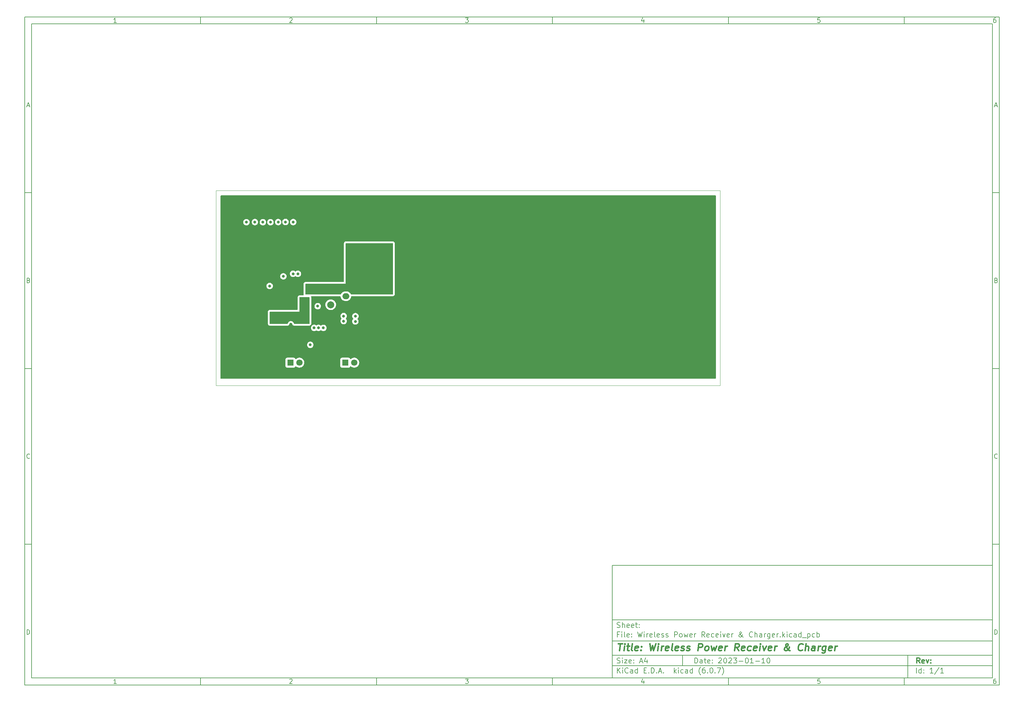
<source format=gbr>
%TF.GenerationSoftware,KiCad,Pcbnew,(6.0.7)*%
%TF.CreationDate,2023-01-12T19:29:25+03:00*%
%TF.ProjectId,Wireless Power Receiver & Charger,57697265-6c65-4737-9320-506f77657220,rev?*%
%TF.SameCoordinates,Original*%
%TF.FileFunction,Copper,L3,Inr*%
%TF.FilePolarity,Positive*%
%FSLAX46Y46*%
G04 Gerber Fmt 4.6, Leading zero omitted, Abs format (unit mm)*
G04 Created by KiCad (PCBNEW (6.0.7)) date 2023-01-12 19:29:25*
%MOMM*%
%LPD*%
G01*
G04 APERTURE LIST*
G04 Aperture macros list*
%AMRoundRect*
0 Rectangle with rounded corners*
0 $1 Rounding radius*
0 $2 $3 $4 $5 $6 $7 $8 $9 X,Y pos of 4 corners*
0 Add a 4 corners polygon primitive as box body*
4,1,4,$2,$3,$4,$5,$6,$7,$8,$9,$2,$3,0*
0 Add four circle primitives for the rounded corners*
1,1,$1+$1,$2,$3*
1,1,$1+$1,$4,$5*
1,1,$1+$1,$6,$7*
1,1,$1+$1,$8,$9*
0 Add four rect primitives between the rounded corners*
20,1,$1+$1,$2,$3,$4,$5,0*
20,1,$1+$1,$4,$5,$6,$7,0*
20,1,$1+$1,$6,$7,$8,$9,0*
20,1,$1+$1,$8,$9,$2,$3,0*%
G04 Aperture macros list end*
%ADD10C,0.100000*%
%ADD11C,0.150000*%
%ADD12C,0.300000*%
%ADD13C,0.400000*%
%TA.AperFunction,Profile*%
%ADD14C,0.100000*%
%TD*%
%TA.AperFunction,ComponentPad*%
%ADD15C,0.800000*%
%TD*%
%TA.AperFunction,ComponentPad*%
%ADD16C,5.000000*%
%TD*%
%TA.AperFunction,ComponentPad*%
%ADD17R,1.800000X1.800000*%
%TD*%
%TA.AperFunction,ComponentPad*%
%ADD18C,1.800000*%
%TD*%
%TA.AperFunction,ComponentPad*%
%ADD19C,0.600000*%
%TD*%
%TA.AperFunction,ComponentPad*%
%ADD20RoundRect,0.250000X0.750000X-0.600000X0.750000X0.600000X-0.750000X0.600000X-0.750000X-0.600000X0*%
%TD*%
%TA.AperFunction,ComponentPad*%
%ADD21O,2.000000X1.700000*%
%TD*%
%TA.AperFunction,ComponentPad*%
%ADD22C,2.000000*%
%TD*%
%TA.AperFunction,ViaPad*%
%ADD23C,0.800000*%
%TD*%
G04 APERTURE END LIST*
D10*
D11*
X177002200Y-166007200D02*
X177002200Y-198007200D01*
X285002200Y-198007200D01*
X285002200Y-166007200D01*
X177002200Y-166007200D01*
D10*
D11*
X10000000Y-10000000D02*
X10000000Y-200007200D01*
X287002200Y-200007200D01*
X287002200Y-10000000D01*
X10000000Y-10000000D01*
D10*
D11*
X12000000Y-12000000D02*
X12000000Y-198007200D01*
X285002200Y-198007200D01*
X285002200Y-12000000D01*
X12000000Y-12000000D01*
D10*
D11*
X60000000Y-12000000D02*
X60000000Y-10000000D01*
D10*
D11*
X110000000Y-12000000D02*
X110000000Y-10000000D01*
D10*
D11*
X160000000Y-12000000D02*
X160000000Y-10000000D01*
D10*
D11*
X210000000Y-12000000D02*
X210000000Y-10000000D01*
D10*
D11*
X260000000Y-12000000D02*
X260000000Y-10000000D01*
D10*
D11*
X36065476Y-11588095D02*
X35322619Y-11588095D01*
X35694047Y-11588095D02*
X35694047Y-10288095D01*
X35570238Y-10473809D01*
X35446428Y-10597619D01*
X35322619Y-10659523D01*
D10*
D11*
X85322619Y-10411904D02*
X85384523Y-10350000D01*
X85508333Y-10288095D01*
X85817857Y-10288095D01*
X85941666Y-10350000D01*
X86003571Y-10411904D01*
X86065476Y-10535714D01*
X86065476Y-10659523D01*
X86003571Y-10845238D01*
X85260714Y-11588095D01*
X86065476Y-11588095D01*
D10*
D11*
X135260714Y-10288095D02*
X136065476Y-10288095D01*
X135632142Y-10783333D01*
X135817857Y-10783333D01*
X135941666Y-10845238D01*
X136003571Y-10907142D01*
X136065476Y-11030952D01*
X136065476Y-11340476D01*
X136003571Y-11464285D01*
X135941666Y-11526190D01*
X135817857Y-11588095D01*
X135446428Y-11588095D01*
X135322619Y-11526190D01*
X135260714Y-11464285D01*
D10*
D11*
X185941666Y-10721428D02*
X185941666Y-11588095D01*
X185632142Y-10226190D02*
X185322619Y-11154761D01*
X186127380Y-11154761D01*
D10*
D11*
X236003571Y-10288095D02*
X235384523Y-10288095D01*
X235322619Y-10907142D01*
X235384523Y-10845238D01*
X235508333Y-10783333D01*
X235817857Y-10783333D01*
X235941666Y-10845238D01*
X236003571Y-10907142D01*
X236065476Y-11030952D01*
X236065476Y-11340476D01*
X236003571Y-11464285D01*
X235941666Y-11526190D01*
X235817857Y-11588095D01*
X235508333Y-11588095D01*
X235384523Y-11526190D01*
X235322619Y-11464285D01*
D10*
D11*
X285941666Y-10288095D02*
X285694047Y-10288095D01*
X285570238Y-10350000D01*
X285508333Y-10411904D01*
X285384523Y-10597619D01*
X285322619Y-10845238D01*
X285322619Y-11340476D01*
X285384523Y-11464285D01*
X285446428Y-11526190D01*
X285570238Y-11588095D01*
X285817857Y-11588095D01*
X285941666Y-11526190D01*
X286003571Y-11464285D01*
X286065476Y-11340476D01*
X286065476Y-11030952D01*
X286003571Y-10907142D01*
X285941666Y-10845238D01*
X285817857Y-10783333D01*
X285570238Y-10783333D01*
X285446428Y-10845238D01*
X285384523Y-10907142D01*
X285322619Y-11030952D01*
D10*
D11*
X60000000Y-198007200D02*
X60000000Y-200007200D01*
D10*
D11*
X110000000Y-198007200D02*
X110000000Y-200007200D01*
D10*
D11*
X160000000Y-198007200D02*
X160000000Y-200007200D01*
D10*
D11*
X210000000Y-198007200D02*
X210000000Y-200007200D01*
D10*
D11*
X260000000Y-198007200D02*
X260000000Y-200007200D01*
D10*
D11*
X36065476Y-199595295D02*
X35322619Y-199595295D01*
X35694047Y-199595295D02*
X35694047Y-198295295D01*
X35570238Y-198481009D01*
X35446428Y-198604819D01*
X35322619Y-198666723D01*
D10*
D11*
X85322619Y-198419104D02*
X85384523Y-198357200D01*
X85508333Y-198295295D01*
X85817857Y-198295295D01*
X85941666Y-198357200D01*
X86003571Y-198419104D01*
X86065476Y-198542914D01*
X86065476Y-198666723D01*
X86003571Y-198852438D01*
X85260714Y-199595295D01*
X86065476Y-199595295D01*
D10*
D11*
X135260714Y-198295295D02*
X136065476Y-198295295D01*
X135632142Y-198790533D01*
X135817857Y-198790533D01*
X135941666Y-198852438D01*
X136003571Y-198914342D01*
X136065476Y-199038152D01*
X136065476Y-199347676D01*
X136003571Y-199471485D01*
X135941666Y-199533390D01*
X135817857Y-199595295D01*
X135446428Y-199595295D01*
X135322619Y-199533390D01*
X135260714Y-199471485D01*
D10*
D11*
X185941666Y-198728628D02*
X185941666Y-199595295D01*
X185632142Y-198233390D02*
X185322619Y-199161961D01*
X186127380Y-199161961D01*
D10*
D11*
X236003571Y-198295295D02*
X235384523Y-198295295D01*
X235322619Y-198914342D01*
X235384523Y-198852438D01*
X235508333Y-198790533D01*
X235817857Y-198790533D01*
X235941666Y-198852438D01*
X236003571Y-198914342D01*
X236065476Y-199038152D01*
X236065476Y-199347676D01*
X236003571Y-199471485D01*
X235941666Y-199533390D01*
X235817857Y-199595295D01*
X235508333Y-199595295D01*
X235384523Y-199533390D01*
X235322619Y-199471485D01*
D10*
D11*
X285941666Y-198295295D02*
X285694047Y-198295295D01*
X285570238Y-198357200D01*
X285508333Y-198419104D01*
X285384523Y-198604819D01*
X285322619Y-198852438D01*
X285322619Y-199347676D01*
X285384523Y-199471485D01*
X285446428Y-199533390D01*
X285570238Y-199595295D01*
X285817857Y-199595295D01*
X285941666Y-199533390D01*
X286003571Y-199471485D01*
X286065476Y-199347676D01*
X286065476Y-199038152D01*
X286003571Y-198914342D01*
X285941666Y-198852438D01*
X285817857Y-198790533D01*
X285570238Y-198790533D01*
X285446428Y-198852438D01*
X285384523Y-198914342D01*
X285322619Y-199038152D01*
D10*
D11*
X10000000Y-60000000D02*
X12000000Y-60000000D01*
D10*
D11*
X10000000Y-110000000D02*
X12000000Y-110000000D01*
D10*
D11*
X10000000Y-160000000D02*
X12000000Y-160000000D01*
D10*
D11*
X10690476Y-35216666D02*
X11309523Y-35216666D01*
X10566666Y-35588095D02*
X11000000Y-34288095D01*
X11433333Y-35588095D01*
D10*
D11*
X11092857Y-84907142D02*
X11278571Y-84969047D01*
X11340476Y-85030952D01*
X11402380Y-85154761D01*
X11402380Y-85340476D01*
X11340476Y-85464285D01*
X11278571Y-85526190D01*
X11154761Y-85588095D01*
X10659523Y-85588095D01*
X10659523Y-84288095D01*
X11092857Y-84288095D01*
X11216666Y-84350000D01*
X11278571Y-84411904D01*
X11340476Y-84535714D01*
X11340476Y-84659523D01*
X11278571Y-84783333D01*
X11216666Y-84845238D01*
X11092857Y-84907142D01*
X10659523Y-84907142D01*
D10*
D11*
X11402380Y-135464285D02*
X11340476Y-135526190D01*
X11154761Y-135588095D01*
X11030952Y-135588095D01*
X10845238Y-135526190D01*
X10721428Y-135402380D01*
X10659523Y-135278571D01*
X10597619Y-135030952D01*
X10597619Y-134845238D01*
X10659523Y-134597619D01*
X10721428Y-134473809D01*
X10845238Y-134350000D01*
X11030952Y-134288095D01*
X11154761Y-134288095D01*
X11340476Y-134350000D01*
X11402380Y-134411904D01*
D10*
D11*
X10659523Y-185588095D02*
X10659523Y-184288095D01*
X10969047Y-184288095D01*
X11154761Y-184350000D01*
X11278571Y-184473809D01*
X11340476Y-184597619D01*
X11402380Y-184845238D01*
X11402380Y-185030952D01*
X11340476Y-185278571D01*
X11278571Y-185402380D01*
X11154761Y-185526190D01*
X10969047Y-185588095D01*
X10659523Y-185588095D01*
D10*
D11*
X287002200Y-60000000D02*
X285002200Y-60000000D01*
D10*
D11*
X287002200Y-110000000D02*
X285002200Y-110000000D01*
D10*
D11*
X287002200Y-160000000D02*
X285002200Y-160000000D01*
D10*
D11*
X285692676Y-35216666D02*
X286311723Y-35216666D01*
X285568866Y-35588095D02*
X286002200Y-34288095D01*
X286435533Y-35588095D01*
D10*
D11*
X286095057Y-84907142D02*
X286280771Y-84969047D01*
X286342676Y-85030952D01*
X286404580Y-85154761D01*
X286404580Y-85340476D01*
X286342676Y-85464285D01*
X286280771Y-85526190D01*
X286156961Y-85588095D01*
X285661723Y-85588095D01*
X285661723Y-84288095D01*
X286095057Y-84288095D01*
X286218866Y-84350000D01*
X286280771Y-84411904D01*
X286342676Y-84535714D01*
X286342676Y-84659523D01*
X286280771Y-84783333D01*
X286218866Y-84845238D01*
X286095057Y-84907142D01*
X285661723Y-84907142D01*
D10*
D11*
X286404580Y-135464285D02*
X286342676Y-135526190D01*
X286156961Y-135588095D01*
X286033152Y-135588095D01*
X285847438Y-135526190D01*
X285723628Y-135402380D01*
X285661723Y-135278571D01*
X285599819Y-135030952D01*
X285599819Y-134845238D01*
X285661723Y-134597619D01*
X285723628Y-134473809D01*
X285847438Y-134350000D01*
X286033152Y-134288095D01*
X286156961Y-134288095D01*
X286342676Y-134350000D01*
X286404580Y-134411904D01*
D10*
D11*
X285661723Y-185588095D02*
X285661723Y-184288095D01*
X285971247Y-184288095D01*
X286156961Y-184350000D01*
X286280771Y-184473809D01*
X286342676Y-184597619D01*
X286404580Y-184845238D01*
X286404580Y-185030952D01*
X286342676Y-185278571D01*
X286280771Y-185402380D01*
X286156961Y-185526190D01*
X285971247Y-185588095D01*
X285661723Y-185588095D01*
D10*
D11*
X200434342Y-193785771D02*
X200434342Y-192285771D01*
X200791485Y-192285771D01*
X201005771Y-192357200D01*
X201148628Y-192500057D01*
X201220057Y-192642914D01*
X201291485Y-192928628D01*
X201291485Y-193142914D01*
X201220057Y-193428628D01*
X201148628Y-193571485D01*
X201005771Y-193714342D01*
X200791485Y-193785771D01*
X200434342Y-193785771D01*
X202577200Y-193785771D02*
X202577200Y-193000057D01*
X202505771Y-192857200D01*
X202362914Y-192785771D01*
X202077200Y-192785771D01*
X201934342Y-192857200D01*
X202577200Y-193714342D02*
X202434342Y-193785771D01*
X202077200Y-193785771D01*
X201934342Y-193714342D01*
X201862914Y-193571485D01*
X201862914Y-193428628D01*
X201934342Y-193285771D01*
X202077200Y-193214342D01*
X202434342Y-193214342D01*
X202577200Y-193142914D01*
X203077200Y-192785771D02*
X203648628Y-192785771D01*
X203291485Y-192285771D02*
X203291485Y-193571485D01*
X203362914Y-193714342D01*
X203505771Y-193785771D01*
X203648628Y-193785771D01*
X204720057Y-193714342D02*
X204577200Y-193785771D01*
X204291485Y-193785771D01*
X204148628Y-193714342D01*
X204077200Y-193571485D01*
X204077200Y-193000057D01*
X204148628Y-192857200D01*
X204291485Y-192785771D01*
X204577200Y-192785771D01*
X204720057Y-192857200D01*
X204791485Y-193000057D01*
X204791485Y-193142914D01*
X204077200Y-193285771D01*
X205434342Y-193642914D02*
X205505771Y-193714342D01*
X205434342Y-193785771D01*
X205362914Y-193714342D01*
X205434342Y-193642914D01*
X205434342Y-193785771D01*
X205434342Y-192857200D02*
X205505771Y-192928628D01*
X205434342Y-193000057D01*
X205362914Y-192928628D01*
X205434342Y-192857200D01*
X205434342Y-193000057D01*
X207220057Y-192428628D02*
X207291485Y-192357200D01*
X207434342Y-192285771D01*
X207791485Y-192285771D01*
X207934342Y-192357200D01*
X208005771Y-192428628D01*
X208077200Y-192571485D01*
X208077200Y-192714342D01*
X208005771Y-192928628D01*
X207148628Y-193785771D01*
X208077200Y-193785771D01*
X209005771Y-192285771D02*
X209148628Y-192285771D01*
X209291485Y-192357200D01*
X209362914Y-192428628D01*
X209434342Y-192571485D01*
X209505771Y-192857200D01*
X209505771Y-193214342D01*
X209434342Y-193500057D01*
X209362914Y-193642914D01*
X209291485Y-193714342D01*
X209148628Y-193785771D01*
X209005771Y-193785771D01*
X208862914Y-193714342D01*
X208791485Y-193642914D01*
X208720057Y-193500057D01*
X208648628Y-193214342D01*
X208648628Y-192857200D01*
X208720057Y-192571485D01*
X208791485Y-192428628D01*
X208862914Y-192357200D01*
X209005771Y-192285771D01*
X210077200Y-192428628D02*
X210148628Y-192357200D01*
X210291485Y-192285771D01*
X210648628Y-192285771D01*
X210791485Y-192357200D01*
X210862914Y-192428628D01*
X210934342Y-192571485D01*
X210934342Y-192714342D01*
X210862914Y-192928628D01*
X210005771Y-193785771D01*
X210934342Y-193785771D01*
X211434342Y-192285771D02*
X212362914Y-192285771D01*
X211862914Y-192857200D01*
X212077200Y-192857200D01*
X212220057Y-192928628D01*
X212291485Y-193000057D01*
X212362914Y-193142914D01*
X212362914Y-193500057D01*
X212291485Y-193642914D01*
X212220057Y-193714342D01*
X212077200Y-193785771D01*
X211648628Y-193785771D01*
X211505771Y-193714342D01*
X211434342Y-193642914D01*
X213005771Y-193214342D02*
X214148628Y-193214342D01*
X215148628Y-192285771D02*
X215291485Y-192285771D01*
X215434342Y-192357200D01*
X215505771Y-192428628D01*
X215577200Y-192571485D01*
X215648628Y-192857200D01*
X215648628Y-193214342D01*
X215577200Y-193500057D01*
X215505771Y-193642914D01*
X215434342Y-193714342D01*
X215291485Y-193785771D01*
X215148628Y-193785771D01*
X215005771Y-193714342D01*
X214934342Y-193642914D01*
X214862914Y-193500057D01*
X214791485Y-193214342D01*
X214791485Y-192857200D01*
X214862914Y-192571485D01*
X214934342Y-192428628D01*
X215005771Y-192357200D01*
X215148628Y-192285771D01*
X217077200Y-193785771D02*
X216220057Y-193785771D01*
X216648628Y-193785771D02*
X216648628Y-192285771D01*
X216505771Y-192500057D01*
X216362914Y-192642914D01*
X216220057Y-192714342D01*
X217720057Y-193214342D02*
X218862914Y-193214342D01*
X220362914Y-193785771D02*
X219505771Y-193785771D01*
X219934342Y-193785771D02*
X219934342Y-192285771D01*
X219791485Y-192500057D01*
X219648628Y-192642914D01*
X219505771Y-192714342D01*
X221291485Y-192285771D02*
X221434342Y-192285771D01*
X221577200Y-192357200D01*
X221648628Y-192428628D01*
X221720057Y-192571485D01*
X221791485Y-192857200D01*
X221791485Y-193214342D01*
X221720057Y-193500057D01*
X221648628Y-193642914D01*
X221577200Y-193714342D01*
X221434342Y-193785771D01*
X221291485Y-193785771D01*
X221148628Y-193714342D01*
X221077200Y-193642914D01*
X221005771Y-193500057D01*
X220934342Y-193214342D01*
X220934342Y-192857200D01*
X221005771Y-192571485D01*
X221077200Y-192428628D01*
X221148628Y-192357200D01*
X221291485Y-192285771D01*
D10*
D11*
X177002200Y-194507200D02*
X285002200Y-194507200D01*
D10*
D11*
X178434342Y-196585771D02*
X178434342Y-195085771D01*
X179291485Y-196585771D02*
X178648628Y-195728628D01*
X179291485Y-195085771D02*
X178434342Y-195942914D01*
X179934342Y-196585771D02*
X179934342Y-195585771D01*
X179934342Y-195085771D02*
X179862914Y-195157200D01*
X179934342Y-195228628D01*
X180005771Y-195157200D01*
X179934342Y-195085771D01*
X179934342Y-195228628D01*
X181505771Y-196442914D02*
X181434342Y-196514342D01*
X181220057Y-196585771D01*
X181077200Y-196585771D01*
X180862914Y-196514342D01*
X180720057Y-196371485D01*
X180648628Y-196228628D01*
X180577200Y-195942914D01*
X180577200Y-195728628D01*
X180648628Y-195442914D01*
X180720057Y-195300057D01*
X180862914Y-195157200D01*
X181077200Y-195085771D01*
X181220057Y-195085771D01*
X181434342Y-195157200D01*
X181505771Y-195228628D01*
X182791485Y-196585771D02*
X182791485Y-195800057D01*
X182720057Y-195657200D01*
X182577200Y-195585771D01*
X182291485Y-195585771D01*
X182148628Y-195657200D01*
X182791485Y-196514342D02*
X182648628Y-196585771D01*
X182291485Y-196585771D01*
X182148628Y-196514342D01*
X182077200Y-196371485D01*
X182077200Y-196228628D01*
X182148628Y-196085771D01*
X182291485Y-196014342D01*
X182648628Y-196014342D01*
X182791485Y-195942914D01*
X184148628Y-196585771D02*
X184148628Y-195085771D01*
X184148628Y-196514342D02*
X184005771Y-196585771D01*
X183720057Y-196585771D01*
X183577200Y-196514342D01*
X183505771Y-196442914D01*
X183434342Y-196300057D01*
X183434342Y-195871485D01*
X183505771Y-195728628D01*
X183577200Y-195657200D01*
X183720057Y-195585771D01*
X184005771Y-195585771D01*
X184148628Y-195657200D01*
X186005771Y-195800057D02*
X186505771Y-195800057D01*
X186720057Y-196585771D02*
X186005771Y-196585771D01*
X186005771Y-195085771D01*
X186720057Y-195085771D01*
X187362914Y-196442914D02*
X187434342Y-196514342D01*
X187362914Y-196585771D01*
X187291485Y-196514342D01*
X187362914Y-196442914D01*
X187362914Y-196585771D01*
X188077200Y-196585771D02*
X188077200Y-195085771D01*
X188434342Y-195085771D01*
X188648628Y-195157200D01*
X188791485Y-195300057D01*
X188862914Y-195442914D01*
X188934342Y-195728628D01*
X188934342Y-195942914D01*
X188862914Y-196228628D01*
X188791485Y-196371485D01*
X188648628Y-196514342D01*
X188434342Y-196585771D01*
X188077200Y-196585771D01*
X189577200Y-196442914D02*
X189648628Y-196514342D01*
X189577200Y-196585771D01*
X189505771Y-196514342D01*
X189577200Y-196442914D01*
X189577200Y-196585771D01*
X190220057Y-196157200D02*
X190934342Y-196157200D01*
X190077200Y-196585771D02*
X190577200Y-195085771D01*
X191077200Y-196585771D01*
X191577200Y-196442914D02*
X191648628Y-196514342D01*
X191577200Y-196585771D01*
X191505771Y-196514342D01*
X191577200Y-196442914D01*
X191577200Y-196585771D01*
X194577200Y-196585771D02*
X194577200Y-195085771D01*
X194720057Y-196014342D02*
X195148628Y-196585771D01*
X195148628Y-195585771D02*
X194577200Y-196157200D01*
X195791485Y-196585771D02*
X195791485Y-195585771D01*
X195791485Y-195085771D02*
X195720057Y-195157200D01*
X195791485Y-195228628D01*
X195862914Y-195157200D01*
X195791485Y-195085771D01*
X195791485Y-195228628D01*
X197148628Y-196514342D02*
X197005771Y-196585771D01*
X196720057Y-196585771D01*
X196577200Y-196514342D01*
X196505771Y-196442914D01*
X196434342Y-196300057D01*
X196434342Y-195871485D01*
X196505771Y-195728628D01*
X196577200Y-195657200D01*
X196720057Y-195585771D01*
X197005771Y-195585771D01*
X197148628Y-195657200D01*
X198434342Y-196585771D02*
X198434342Y-195800057D01*
X198362914Y-195657200D01*
X198220057Y-195585771D01*
X197934342Y-195585771D01*
X197791485Y-195657200D01*
X198434342Y-196514342D02*
X198291485Y-196585771D01*
X197934342Y-196585771D01*
X197791485Y-196514342D01*
X197720057Y-196371485D01*
X197720057Y-196228628D01*
X197791485Y-196085771D01*
X197934342Y-196014342D01*
X198291485Y-196014342D01*
X198434342Y-195942914D01*
X199791485Y-196585771D02*
X199791485Y-195085771D01*
X199791485Y-196514342D02*
X199648628Y-196585771D01*
X199362914Y-196585771D01*
X199220057Y-196514342D01*
X199148628Y-196442914D01*
X199077200Y-196300057D01*
X199077200Y-195871485D01*
X199148628Y-195728628D01*
X199220057Y-195657200D01*
X199362914Y-195585771D01*
X199648628Y-195585771D01*
X199791485Y-195657200D01*
X202077200Y-197157200D02*
X202005771Y-197085771D01*
X201862914Y-196871485D01*
X201791485Y-196728628D01*
X201720057Y-196514342D01*
X201648628Y-196157200D01*
X201648628Y-195871485D01*
X201720057Y-195514342D01*
X201791485Y-195300057D01*
X201862914Y-195157200D01*
X202005771Y-194942914D01*
X202077200Y-194871485D01*
X203291485Y-195085771D02*
X203005771Y-195085771D01*
X202862914Y-195157200D01*
X202791485Y-195228628D01*
X202648628Y-195442914D01*
X202577200Y-195728628D01*
X202577200Y-196300057D01*
X202648628Y-196442914D01*
X202720057Y-196514342D01*
X202862914Y-196585771D01*
X203148628Y-196585771D01*
X203291485Y-196514342D01*
X203362914Y-196442914D01*
X203434342Y-196300057D01*
X203434342Y-195942914D01*
X203362914Y-195800057D01*
X203291485Y-195728628D01*
X203148628Y-195657200D01*
X202862914Y-195657200D01*
X202720057Y-195728628D01*
X202648628Y-195800057D01*
X202577200Y-195942914D01*
X204077200Y-196442914D02*
X204148628Y-196514342D01*
X204077200Y-196585771D01*
X204005771Y-196514342D01*
X204077200Y-196442914D01*
X204077200Y-196585771D01*
X205077200Y-195085771D02*
X205220057Y-195085771D01*
X205362914Y-195157200D01*
X205434342Y-195228628D01*
X205505771Y-195371485D01*
X205577200Y-195657200D01*
X205577200Y-196014342D01*
X205505771Y-196300057D01*
X205434342Y-196442914D01*
X205362914Y-196514342D01*
X205220057Y-196585771D01*
X205077200Y-196585771D01*
X204934342Y-196514342D01*
X204862914Y-196442914D01*
X204791485Y-196300057D01*
X204720057Y-196014342D01*
X204720057Y-195657200D01*
X204791485Y-195371485D01*
X204862914Y-195228628D01*
X204934342Y-195157200D01*
X205077200Y-195085771D01*
X206220057Y-196442914D02*
X206291485Y-196514342D01*
X206220057Y-196585771D01*
X206148628Y-196514342D01*
X206220057Y-196442914D01*
X206220057Y-196585771D01*
X206791485Y-195085771D02*
X207791485Y-195085771D01*
X207148628Y-196585771D01*
X208220057Y-197157200D02*
X208291485Y-197085771D01*
X208434342Y-196871485D01*
X208505771Y-196728628D01*
X208577200Y-196514342D01*
X208648628Y-196157200D01*
X208648628Y-195871485D01*
X208577200Y-195514342D01*
X208505771Y-195300057D01*
X208434342Y-195157200D01*
X208291485Y-194942914D01*
X208220057Y-194871485D01*
D10*
D11*
X177002200Y-191507200D02*
X285002200Y-191507200D01*
D10*
D12*
X264411485Y-193785771D02*
X263911485Y-193071485D01*
X263554342Y-193785771D02*
X263554342Y-192285771D01*
X264125771Y-192285771D01*
X264268628Y-192357200D01*
X264340057Y-192428628D01*
X264411485Y-192571485D01*
X264411485Y-192785771D01*
X264340057Y-192928628D01*
X264268628Y-193000057D01*
X264125771Y-193071485D01*
X263554342Y-193071485D01*
X265625771Y-193714342D02*
X265482914Y-193785771D01*
X265197200Y-193785771D01*
X265054342Y-193714342D01*
X264982914Y-193571485D01*
X264982914Y-193000057D01*
X265054342Y-192857200D01*
X265197200Y-192785771D01*
X265482914Y-192785771D01*
X265625771Y-192857200D01*
X265697200Y-193000057D01*
X265697200Y-193142914D01*
X264982914Y-193285771D01*
X266197200Y-192785771D02*
X266554342Y-193785771D01*
X266911485Y-192785771D01*
X267482914Y-193642914D02*
X267554342Y-193714342D01*
X267482914Y-193785771D01*
X267411485Y-193714342D01*
X267482914Y-193642914D01*
X267482914Y-193785771D01*
X267482914Y-192857200D02*
X267554342Y-192928628D01*
X267482914Y-193000057D01*
X267411485Y-192928628D01*
X267482914Y-192857200D01*
X267482914Y-193000057D01*
D10*
D11*
X178362914Y-193714342D02*
X178577200Y-193785771D01*
X178934342Y-193785771D01*
X179077200Y-193714342D01*
X179148628Y-193642914D01*
X179220057Y-193500057D01*
X179220057Y-193357200D01*
X179148628Y-193214342D01*
X179077200Y-193142914D01*
X178934342Y-193071485D01*
X178648628Y-193000057D01*
X178505771Y-192928628D01*
X178434342Y-192857200D01*
X178362914Y-192714342D01*
X178362914Y-192571485D01*
X178434342Y-192428628D01*
X178505771Y-192357200D01*
X178648628Y-192285771D01*
X179005771Y-192285771D01*
X179220057Y-192357200D01*
X179862914Y-193785771D02*
X179862914Y-192785771D01*
X179862914Y-192285771D02*
X179791485Y-192357200D01*
X179862914Y-192428628D01*
X179934342Y-192357200D01*
X179862914Y-192285771D01*
X179862914Y-192428628D01*
X180434342Y-192785771D02*
X181220057Y-192785771D01*
X180434342Y-193785771D01*
X181220057Y-193785771D01*
X182362914Y-193714342D02*
X182220057Y-193785771D01*
X181934342Y-193785771D01*
X181791485Y-193714342D01*
X181720057Y-193571485D01*
X181720057Y-193000057D01*
X181791485Y-192857200D01*
X181934342Y-192785771D01*
X182220057Y-192785771D01*
X182362914Y-192857200D01*
X182434342Y-193000057D01*
X182434342Y-193142914D01*
X181720057Y-193285771D01*
X183077200Y-193642914D02*
X183148628Y-193714342D01*
X183077200Y-193785771D01*
X183005771Y-193714342D01*
X183077200Y-193642914D01*
X183077200Y-193785771D01*
X183077200Y-192857200D02*
X183148628Y-192928628D01*
X183077200Y-193000057D01*
X183005771Y-192928628D01*
X183077200Y-192857200D01*
X183077200Y-193000057D01*
X184862914Y-193357200D02*
X185577200Y-193357200D01*
X184720057Y-193785771D02*
X185220057Y-192285771D01*
X185720057Y-193785771D01*
X186862914Y-192785771D02*
X186862914Y-193785771D01*
X186505771Y-192214342D02*
X186148628Y-193285771D01*
X187077200Y-193285771D01*
D10*
D11*
X263434342Y-196585771D02*
X263434342Y-195085771D01*
X264791485Y-196585771D02*
X264791485Y-195085771D01*
X264791485Y-196514342D02*
X264648628Y-196585771D01*
X264362914Y-196585771D01*
X264220057Y-196514342D01*
X264148628Y-196442914D01*
X264077200Y-196300057D01*
X264077200Y-195871485D01*
X264148628Y-195728628D01*
X264220057Y-195657200D01*
X264362914Y-195585771D01*
X264648628Y-195585771D01*
X264791485Y-195657200D01*
X265505771Y-196442914D02*
X265577200Y-196514342D01*
X265505771Y-196585771D01*
X265434342Y-196514342D01*
X265505771Y-196442914D01*
X265505771Y-196585771D01*
X265505771Y-195657200D02*
X265577200Y-195728628D01*
X265505771Y-195800057D01*
X265434342Y-195728628D01*
X265505771Y-195657200D01*
X265505771Y-195800057D01*
X268148628Y-196585771D02*
X267291485Y-196585771D01*
X267720057Y-196585771D02*
X267720057Y-195085771D01*
X267577200Y-195300057D01*
X267434342Y-195442914D01*
X267291485Y-195514342D01*
X269862914Y-195014342D02*
X268577200Y-196942914D01*
X271148628Y-196585771D02*
X270291485Y-196585771D01*
X270720057Y-196585771D02*
X270720057Y-195085771D01*
X270577200Y-195300057D01*
X270434342Y-195442914D01*
X270291485Y-195514342D01*
D10*
D11*
X177002200Y-187507200D02*
X285002200Y-187507200D01*
D10*
D13*
X178714580Y-188211961D02*
X179857438Y-188211961D01*
X179036009Y-190211961D02*
X179286009Y-188211961D01*
X180274104Y-190211961D02*
X180440771Y-188878628D01*
X180524104Y-188211961D02*
X180416961Y-188307200D01*
X180500295Y-188402438D01*
X180607438Y-188307200D01*
X180524104Y-188211961D01*
X180500295Y-188402438D01*
X181107438Y-188878628D02*
X181869342Y-188878628D01*
X181476485Y-188211961D02*
X181262200Y-189926247D01*
X181333628Y-190116723D01*
X181512200Y-190211961D01*
X181702676Y-190211961D01*
X182655057Y-190211961D02*
X182476485Y-190116723D01*
X182405057Y-189926247D01*
X182619342Y-188211961D01*
X184190771Y-190116723D02*
X183988390Y-190211961D01*
X183607438Y-190211961D01*
X183428866Y-190116723D01*
X183357438Y-189926247D01*
X183452676Y-189164342D01*
X183571723Y-188973866D01*
X183774104Y-188878628D01*
X184155057Y-188878628D01*
X184333628Y-188973866D01*
X184405057Y-189164342D01*
X184381247Y-189354819D01*
X183405057Y-189545295D01*
X185155057Y-190021485D02*
X185238390Y-190116723D01*
X185131247Y-190211961D01*
X185047914Y-190116723D01*
X185155057Y-190021485D01*
X185131247Y-190211961D01*
X185286009Y-188973866D02*
X185369342Y-189069104D01*
X185262200Y-189164342D01*
X185178866Y-189069104D01*
X185286009Y-188973866D01*
X185262200Y-189164342D01*
X187666961Y-188211961D02*
X187893152Y-190211961D01*
X188452676Y-188783390D01*
X188655057Y-190211961D01*
X189381247Y-188211961D01*
X189893152Y-190211961D02*
X190059819Y-188878628D01*
X190143152Y-188211961D02*
X190036009Y-188307200D01*
X190119342Y-188402438D01*
X190226485Y-188307200D01*
X190143152Y-188211961D01*
X190119342Y-188402438D01*
X190845533Y-190211961D02*
X191012200Y-188878628D01*
X190964580Y-189259580D02*
X191083628Y-189069104D01*
X191190771Y-188973866D01*
X191393152Y-188878628D01*
X191583628Y-188878628D01*
X192857438Y-190116723D02*
X192655057Y-190211961D01*
X192274104Y-190211961D01*
X192095533Y-190116723D01*
X192024104Y-189926247D01*
X192119342Y-189164342D01*
X192238390Y-188973866D01*
X192440771Y-188878628D01*
X192821723Y-188878628D01*
X193000295Y-188973866D01*
X193071723Y-189164342D01*
X193047914Y-189354819D01*
X192071723Y-189545295D01*
X194083628Y-190211961D02*
X193905057Y-190116723D01*
X193833628Y-189926247D01*
X194047914Y-188211961D01*
X195619342Y-190116723D02*
X195416961Y-190211961D01*
X195036009Y-190211961D01*
X194857438Y-190116723D01*
X194786009Y-189926247D01*
X194881247Y-189164342D01*
X195000295Y-188973866D01*
X195202676Y-188878628D01*
X195583628Y-188878628D01*
X195762200Y-188973866D01*
X195833628Y-189164342D01*
X195809819Y-189354819D01*
X194833628Y-189545295D01*
X196476485Y-190116723D02*
X196655057Y-190211961D01*
X197036009Y-190211961D01*
X197238390Y-190116723D01*
X197357438Y-189926247D01*
X197369342Y-189831009D01*
X197297914Y-189640533D01*
X197119342Y-189545295D01*
X196833628Y-189545295D01*
X196655057Y-189450057D01*
X196583628Y-189259580D01*
X196595533Y-189164342D01*
X196714580Y-188973866D01*
X196916961Y-188878628D01*
X197202676Y-188878628D01*
X197381247Y-188973866D01*
X198095533Y-190116723D02*
X198274104Y-190211961D01*
X198655057Y-190211961D01*
X198857438Y-190116723D01*
X198976485Y-189926247D01*
X198988390Y-189831009D01*
X198916961Y-189640533D01*
X198738390Y-189545295D01*
X198452676Y-189545295D01*
X198274104Y-189450057D01*
X198202676Y-189259580D01*
X198214580Y-189164342D01*
X198333628Y-188973866D01*
X198536009Y-188878628D01*
X198821723Y-188878628D01*
X199000295Y-188973866D01*
X201321723Y-190211961D02*
X201571723Y-188211961D01*
X202333628Y-188211961D01*
X202512200Y-188307200D01*
X202595533Y-188402438D01*
X202666961Y-188592914D01*
X202631247Y-188878628D01*
X202512200Y-189069104D01*
X202405057Y-189164342D01*
X202202676Y-189259580D01*
X201440771Y-189259580D01*
X203607438Y-190211961D02*
X203428866Y-190116723D01*
X203345533Y-190021485D01*
X203274104Y-189831009D01*
X203345533Y-189259580D01*
X203464580Y-189069104D01*
X203571723Y-188973866D01*
X203774104Y-188878628D01*
X204059819Y-188878628D01*
X204238390Y-188973866D01*
X204321723Y-189069104D01*
X204393152Y-189259580D01*
X204321723Y-189831009D01*
X204202676Y-190021485D01*
X204095533Y-190116723D01*
X203893152Y-190211961D01*
X203607438Y-190211961D01*
X205107438Y-188878628D02*
X205321723Y-190211961D01*
X205821723Y-189259580D01*
X206083628Y-190211961D01*
X206631247Y-188878628D01*
X208000295Y-190116723D02*
X207797914Y-190211961D01*
X207416961Y-190211961D01*
X207238390Y-190116723D01*
X207166961Y-189926247D01*
X207262200Y-189164342D01*
X207381247Y-188973866D01*
X207583628Y-188878628D01*
X207964580Y-188878628D01*
X208143152Y-188973866D01*
X208214580Y-189164342D01*
X208190771Y-189354819D01*
X207214580Y-189545295D01*
X208940771Y-190211961D02*
X209107438Y-188878628D01*
X209059819Y-189259580D02*
X209178866Y-189069104D01*
X209286009Y-188973866D01*
X209488390Y-188878628D01*
X209678866Y-188878628D01*
X212845533Y-190211961D02*
X212297914Y-189259580D01*
X211702676Y-190211961D02*
X211952676Y-188211961D01*
X212714580Y-188211961D01*
X212893152Y-188307200D01*
X212976485Y-188402438D01*
X213047914Y-188592914D01*
X213012200Y-188878628D01*
X212893152Y-189069104D01*
X212786009Y-189164342D01*
X212583628Y-189259580D01*
X211821723Y-189259580D01*
X214476485Y-190116723D02*
X214274104Y-190211961D01*
X213893152Y-190211961D01*
X213714580Y-190116723D01*
X213643152Y-189926247D01*
X213738390Y-189164342D01*
X213857438Y-188973866D01*
X214059819Y-188878628D01*
X214440771Y-188878628D01*
X214619342Y-188973866D01*
X214690771Y-189164342D01*
X214666961Y-189354819D01*
X213690771Y-189545295D01*
X216286009Y-190116723D02*
X216083628Y-190211961D01*
X215702676Y-190211961D01*
X215524104Y-190116723D01*
X215440771Y-190021485D01*
X215369342Y-189831009D01*
X215440771Y-189259580D01*
X215559819Y-189069104D01*
X215666961Y-188973866D01*
X215869342Y-188878628D01*
X216250295Y-188878628D01*
X216428866Y-188973866D01*
X217905057Y-190116723D02*
X217702676Y-190211961D01*
X217321723Y-190211961D01*
X217143152Y-190116723D01*
X217071723Y-189926247D01*
X217166961Y-189164342D01*
X217286009Y-188973866D01*
X217488390Y-188878628D01*
X217869342Y-188878628D01*
X218047914Y-188973866D01*
X218119342Y-189164342D01*
X218095533Y-189354819D01*
X217119342Y-189545295D01*
X218845533Y-190211961D02*
X219012200Y-188878628D01*
X219095533Y-188211961D02*
X218988390Y-188307200D01*
X219071723Y-188402438D01*
X219178866Y-188307200D01*
X219095533Y-188211961D01*
X219071723Y-188402438D01*
X219774104Y-188878628D02*
X220083628Y-190211961D01*
X220726485Y-188878628D01*
X222095533Y-190116723D02*
X221893152Y-190211961D01*
X221512200Y-190211961D01*
X221333628Y-190116723D01*
X221262200Y-189926247D01*
X221357438Y-189164342D01*
X221476485Y-188973866D01*
X221678866Y-188878628D01*
X222059819Y-188878628D01*
X222238390Y-188973866D01*
X222309819Y-189164342D01*
X222286009Y-189354819D01*
X221309819Y-189545295D01*
X223036009Y-190211961D02*
X223202676Y-188878628D01*
X223155057Y-189259580D02*
X223274104Y-189069104D01*
X223381247Y-188973866D01*
X223583628Y-188878628D01*
X223774104Y-188878628D01*
X227416961Y-190211961D02*
X227321723Y-190211961D01*
X227143152Y-190116723D01*
X226893152Y-189831009D01*
X226488390Y-189259580D01*
X226333628Y-188973866D01*
X226274104Y-188688152D01*
X226297914Y-188497676D01*
X226416961Y-188307200D01*
X226619342Y-188211961D01*
X226714580Y-188211961D01*
X226893152Y-188307200D01*
X226964580Y-188497676D01*
X226952676Y-188592914D01*
X226833628Y-188783390D01*
X226726485Y-188878628D01*
X226107438Y-189259580D01*
X226000295Y-189354819D01*
X225881247Y-189545295D01*
X225845533Y-189831009D01*
X225916961Y-190021485D01*
X226000295Y-190116723D01*
X226178866Y-190211961D01*
X226464580Y-190211961D01*
X226666961Y-190116723D01*
X226774104Y-190021485D01*
X227107438Y-189640533D01*
X227238390Y-189354819D01*
X227262200Y-189164342D01*
X230964580Y-190021485D02*
X230857438Y-190116723D01*
X230559819Y-190211961D01*
X230369342Y-190211961D01*
X230095533Y-190116723D01*
X229928866Y-189926247D01*
X229857438Y-189735771D01*
X229809819Y-189354819D01*
X229845533Y-189069104D01*
X229988390Y-188688152D01*
X230107438Y-188497676D01*
X230321723Y-188307200D01*
X230619342Y-188211961D01*
X230809819Y-188211961D01*
X231083628Y-188307200D01*
X231166961Y-188402438D01*
X231797914Y-190211961D02*
X232047914Y-188211961D01*
X232655057Y-190211961D02*
X232786009Y-189164342D01*
X232714580Y-188973866D01*
X232536009Y-188878628D01*
X232250295Y-188878628D01*
X232047914Y-188973866D01*
X231940771Y-189069104D01*
X234464580Y-190211961D02*
X234595533Y-189164342D01*
X234524104Y-188973866D01*
X234345533Y-188878628D01*
X233964580Y-188878628D01*
X233762200Y-188973866D01*
X234476485Y-190116723D02*
X234274104Y-190211961D01*
X233797914Y-190211961D01*
X233619342Y-190116723D01*
X233547914Y-189926247D01*
X233571723Y-189735771D01*
X233690771Y-189545295D01*
X233893152Y-189450057D01*
X234369342Y-189450057D01*
X234571723Y-189354819D01*
X235416961Y-190211961D02*
X235583628Y-188878628D01*
X235536009Y-189259580D02*
X235655057Y-189069104D01*
X235762200Y-188973866D01*
X235964580Y-188878628D01*
X236155057Y-188878628D01*
X237678866Y-188878628D02*
X237476485Y-190497676D01*
X237357438Y-190688152D01*
X237250295Y-190783390D01*
X237047914Y-190878628D01*
X236762200Y-190878628D01*
X236583628Y-190783390D01*
X237524104Y-190116723D02*
X237321723Y-190211961D01*
X236940771Y-190211961D01*
X236762200Y-190116723D01*
X236678866Y-190021485D01*
X236607438Y-189831009D01*
X236678866Y-189259580D01*
X236797914Y-189069104D01*
X236905057Y-188973866D01*
X237107438Y-188878628D01*
X237488390Y-188878628D01*
X237666961Y-188973866D01*
X239238390Y-190116723D02*
X239036009Y-190211961D01*
X238655057Y-190211961D01*
X238476485Y-190116723D01*
X238405057Y-189926247D01*
X238500295Y-189164342D01*
X238619342Y-188973866D01*
X238821723Y-188878628D01*
X239202676Y-188878628D01*
X239381247Y-188973866D01*
X239452676Y-189164342D01*
X239428866Y-189354819D01*
X238452676Y-189545295D01*
X240178866Y-190211961D02*
X240345533Y-188878628D01*
X240297914Y-189259580D02*
X240416961Y-189069104D01*
X240524104Y-188973866D01*
X240726485Y-188878628D01*
X240916961Y-188878628D01*
D10*
D11*
X178934342Y-185600057D02*
X178434342Y-185600057D01*
X178434342Y-186385771D02*
X178434342Y-184885771D01*
X179148628Y-184885771D01*
X179720057Y-186385771D02*
X179720057Y-185385771D01*
X179720057Y-184885771D02*
X179648628Y-184957200D01*
X179720057Y-185028628D01*
X179791485Y-184957200D01*
X179720057Y-184885771D01*
X179720057Y-185028628D01*
X180648628Y-186385771D02*
X180505771Y-186314342D01*
X180434342Y-186171485D01*
X180434342Y-184885771D01*
X181791485Y-186314342D02*
X181648628Y-186385771D01*
X181362914Y-186385771D01*
X181220057Y-186314342D01*
X181148628Y-186171485D01*
X181148628Y-185600057D01*
X181220057Y-185457200D01*
X181362914Y-185385771D01*
X181648628Y-185385771D01*
X181791485Y-185457200D01*
X181862914Y-185600057D01*
X181862914Y-185742914D01*
X181148628Y-185885771D01*
X182505771Y-186242914D02*
X182577200Y-186314342D01*
X182505771Y-186385771D01*
X182434342Y-186314342D01*
X182505771Y-186242914D01*
X182505771Y-186385771D01*
X182505771Y-185457200D02*
X182577200Y-185528628D01*
X182505771Y-185600057D01*
X182434342Y-185528628D01*
X182505771Y-185457200D01*
X182505771Y-185600057D01*
X184220057Y-184885771D02*
X184577200Y-186385771D01*
X184862914Y-185314342D01*
X185148628Y-186385771D01*
X185505771Y-184885771D01*
X186077200Y-186385771D02*
X186077200Y-185385771D01*
X186077200Y-184885771D02*
X186005771Y-184957200D01*
X186077200Y-185028628D01*
X186148628Y-184957200D01*
X186077200Y-184885771D01*
X186077200Y-185028628D01*
X186791485Y-186385771D02*
X186791485Y-185385771D01*
X186791485Y-185671485D02*
X186862914Y-185528628D01*
X186934342Y-185457200D01*
X187077200Y-185385771D01*
X187220057Y-185385771D01*
X188291485Y-186314342D02*
X188148628Y-186385771D01*
X187862914Y-186385771D01*
X187720057Y-186314342D01*
X187648628Y-186171485D01*
X187648628Y-185600057D01*
X187720057Y-185457200D01*
X187862914Y-185385771D01*
X188148628Y-185385771D01*
X188291485Y-185457200D01*
X188362914Y-185600057D01*
X188362914Y-185742914D01*
X187648628Y-185885771D01*
X189220057Y-186385771D02*
X189077200Y-186314342D01*
X189005771Y-186171485D01*
X189005771Y-184885771D01*
X190362914Y-186314342D02*
X190220057Y-186385771D01*
X189934342Y-186385771D01*
X189791485Y-186314342D01*
X189720057Y-186171485D01*
X189720057Y-185600057D01*
X189791485Y-185457200D01*
X189934342Y-185385771D01*
X190220057Y-185385771D01*
X190362914Y-185457200D01*
X190434342Y-185600057D01*
X190434342Y-185742914D01*
X189720057Y-185885771D01*
X191005771Y-186314342D02*
X191148628Y-186385771D01*
X191434342Y-186385771D01*
X191577200Y-186314342D01*
X191648628Y-186171485D01*
X191648628Y-186100057D01*
X191577200Y-185957200D01*
X191434342Y-185885771D01*
X191220057Y-185885771D01*
X191077200Y-185814342D01*
X191005771Y-185671485D01*
X191005771Y-185600057D01*
X191077200Y-185457200D01*
X191220057Y-185385771D01*
X191434342Y-185385771D01*
X191577200Y-185457200D01*
X192220057Y-186314342D02*
X192362914Y-186385771D01*
X192648628Y-186385771D01*
X192791485Y-186314342D01*
X192862914Y-186171485D01*
X192862914Y-186100057D01*
X192791485Y-185957200D01*
X192648628Y-185885771D01*
X192434342Y-185885771D01*
X192291485Y-185814342D01*
X192220057Y-185671485D01*
X192220057Y-185600057D01*
X192291485Y-185457200D01*
X192434342Y-185385771D01*
X192648628Y-185385771D01*
X192791485Y-185457200D01*
X194648628Y-186385771D02*
X194648628Y-184885771D01*
X195220057Y-184885771D01*
X195362914Y-184957200D01*
X195434342Y-185028628D01*
X195505771Y-185171485D01*
X195505771Y-185385771D01*
X195434342Y-185528628D01*
X195362914Y-185600057D01*
X195220057Y-185671485D01*
X194648628Y-185671485D01*
X196362914Y-186385771D02*
X196220057Y-186314342D01*
X196148628Y-186242914D01*
X196077200Y-186100057D01*
X196077200Y-185671485D01*
X196148628Y-185528628D01*
X196220057Y-185457200D01*
X196362914Y-185385771D01*
X196577200Y-185385771D01*
X196720057Y-185457200D01*
X196791485Y-185528628D01*
X196862914Y-185671485D01*
X196862914Y-186100057D01*
X196791485Y-186242914D01*
X196720057Y-186314342D01*
X196577200Y-186385771D01*
X196362914Y-186385771D01*
X197362914Y-185385771D02*
X197648628Y-186385771D01*
X197934342Y-185671485D01*
X198220057Y-186385771D01*
X198505771Y-185385771D01*
X199648628Y-186314342D02*
X199505771Y-186385771D01*
X199220057Y-186385771D01*
X199077200Y-186314342D01*
X199005771Y-186171485D01*
X199005771Y-185600057D01*
X199077200Y-185457200D01*
X199220057Y-185385771D01*
X199505771Y-185385771D01*
X199648628Y-185457200D01*
X199720057Y-185600057D01*
X199720057Y-185742914D01*
X199005771Y-185885771D01*
X200362914Y-186385771D02*
X200362914Y-185385771D01*
X200362914Y-185671485D02*
X200434342Y-185528628D01*
X200505771Y-185457200D01*
X200648628Y-185385771D01*
X200791485Y-185385771D01*
X203291485Y-186385771D02*
X202791485Y-185671485D01*
X202434342Y-186385771D02*
X202434342Y-184885771D01*
X203005771Y-184885771D01*
X203148628Y-184957200D01*
X203220057Y-185028628D01*
X203291485Y-185171485D01*
X203291485Y-185385771D01*
X203220057Y-185528628D01*
X203148628Y-185600057D01*
X203005771Y-185671485D01*
X202434342Y-185671485D01*
X204505771Y-186314342D02*
X204362914Y-186385771D01*
X204077200Y-186385771D01*
X203934342Y-186314342D01*
X203862914Y-186171485D01*
X203862914Y-185600057D01*
X203934342Y-185457200D01*
X204077200Y-185385771D01*
X204362914Y-185385771D01*
X204505771Y-185457200D01*
X204577200Y-185600057D01*
X204577200Y-185742914D01*
X203862914Y-185885771D01*
X205862914Y-186314342D02*
X205720057Y-186385771D01*
X205434342Y-186385771D01*
X205291485Y-186314342D01*
X205220057Y-186242914D01*
X205148628Y-186100057D01*
X205148628Y-185671485D01*
X205220057Y-185528628D01*
X205291485Y-185457200D01*
X205434342Y-185385771D01*
X205720057Y-185385771D01*
X205862914Y-185457200D01*
X207077200Y-186314342D02*
X206934342Y-186385771D01*
X206648628Y-186385771D01*
X206505771Y-186314342D01*
X206434342Y-186171485D01*
X206434342Y-185600057D01*
X206505771Y-185457200D01*
X206648628Y-185385771D01*
X206934342Y-185385771D01*
X207077200Y-185457200D01*
X207148628Y-185600057D01*
X207148628Y-185742914D01*
X206434342Y-185885771D01*
X207791485Y-186385771D02*
X207791485Y-185385771D01*
X207791485Y-184885771D02*
X207720057Y-184957200D01*
X207791485Y-185028628D01*
X207862914Y-184957200D01*
X207791485Y-184885771D01*
X207791485Y-185028628D01*
X208362914Y-185385771D02*
X208720057Y-186385771D01*
X209077200Y-185385771D01*
X210220057Y-186314342D02*
X210077200Y-186385771D01*
X209791485Y-186385771D01*
X209648628Y-186314342D01*
X209577200Y-186171485D01*
X209577200Y-185600057D01*
X209648628Y-185457200D01*
X209791485Y-185385771D01*
X210077200Y-185385771D01*
X210220057Y-185457200D01*
X210291485Y-185600057D01*
X210291485Y-185742914D01*
X209577200Y-185885771D01*
X210934342Y-186385771D02*
X210934342Y-185385771D01*
X210934342Y-185671485D02*
X211005771Y-185528628D01*
X211077200Y-185457200D01*
X211220057Y-185385771D01*
X211362914Y-185385771D01*
X214220057Y-186385771D02*
X214148628Y-186385771D01*
X214005771Y-186314342D01*
X213791485Y-186100057D01*
X213434342Y-185671485D01*
X213291485Y-185457200D01*
X213220057Y-185242914D01*
X213220057Y-185100057D01*
X213291485Y-184957200D01*
X213434342Y-184885771D01*
X213505771Y-184885771D01*
X213648628Y-184957200D01*
X213720057Y-185100057D01*
X213720057Y-185171485D01*
X213648628Y-185314342D01*
X213577200Y-185385771D01*
X213148628Y-185671485D01*
X213077200Y-185742914D01*
X213005771Y-185885771D01*
X213005771Y-186100057D01*
X213077200Y-186242914D01*
X213148628Y-186314342D01*
X213291485Y-186385771D01*
X213505771Y-186385771D01*
X213648628Y-186314342D01*
X213720057Y-186242914D01*
X213934342Y-185957200D01*
X214005771Y-185742914D01*
X214005771Y-185600057D01*
X216862914Y-186242914D02*
X216791485Y-186314342D01*
X216577200Y-186385771D01*
X216434342Y-186385771D01*
X216220057Y-186314342D01*
X216077200Y-186171485D01*
X216005771Y-186028628D01*
X215934342Y-185742914D01*
X215934342Y-185528628D01*
X216005771Y-185242914D01*
X216077200Y-185100057D01*
X216220057Y-184957200D01*
X216434342Y-184885771D01*
X216577200Y-184885771D01*
X216791485Y-184957200D01*
X216862914Y-185028628D01*
X217505771Y-186385771D02*
X217505771Y-184885771D01*
X218148628Y-186385771D02*
X218148628Y-185600057D01*
X218077200Y-185457200D01*
X217934342Y-185385771D01*
X217720057Y-185385771D01*
X217577200Y-185457200D01*
X217505771Y-185528628D01*
X219505771Y-186385771D02*
X219505771Y-185600057D01*
X219434342Y-185457200D01*
X219291485Y-185385771D01*
X219005771Y-185385771D01*
X218862914Y-185457200D01*
X219505771Y-186314342D02*
X219362914Y-186385771D01*
X219005771Y-186385771D01*
X218862914Y-186314342D01*
X218791485Y-186171485D01*
X218791485Y-186028628D01*
X218862914Y-185885771D01*
X219005771Y-185814342D01*
X219362914Y-185814342D01*
X219505771Y-185742914D01*
X220220057Y-186385771D02*
X220220057Y-185385771D01*
X220220057Y-185671485D02*
X220291485Y-185528628D01*
X220362914Y-185457200D01*
X220505771Y-185385771D01*
X220648628Y-185385771D01*
X221791485Y-185385771D02*
X221791485Y-186600057D01*
X221720057Y-186742914D01*
X221648628Y-186814342D01*
X221505771Y-186885771D01*
X221291485Y-186885771D01*
X221148628Y-186814342D01*
X221791485Y-186314342D02*
X221648628Y-186385771D01*
X221362914Y-186385771D01*
X221220057Y-186314342D01*
X221148628Y-186242914D01*
X221077200Y-186100057D01*
X221077200Y-185671485D01*
X221148628Y-185528628D01*
X221220057Y-185457200D01*
X221362914Y-185385771D01*
X221648628Y-185385771D01*
X221791485Y-185457200D01*
X223077200Y-186314342D02*
X222934342Y-186385771D01*
X222648628Y-186385771D01*
X222505771Y-186314342D01*
X222434342Y-186171485D01*
X222434342Y-185600057D01*
X222505771Y-185457200D01*
X222648628Y-185385771D01*
X222934342Y-185385771D01*
X223077200Y-185457200D01*
X223148628Y-185600057D01*
X223148628Y-185742914D01*
X222434342Y-185885771D01*
X223791485Y-186385771D02*
X223791485Y-185385771D01*
X223791485Y-185671485D02*
X223862914Y-185528628D01*
X223934342Y-185457200D01*
X224077200Y-185385771D01*
X224220057Y-185385771D01*
X224720057Y-186242914D02*
X224791485Y-186314342D01*
X224720057Y-186385771D01*
X224648628Y-186314342D01*
X224720057Y-186242914D01*
X224720057Y-186385771D01*
X225434342Y-186385771D02*
X225434342Y-184885771D01*
X225577200Y-185814342D02*
X226005771Y-186385771D01*
X226005771Y-185385771D02*
X225434342Y-185957200D01*
X226648628Y-186385771D02*
X226648628Y-185385771D01*
X226648628Y-184885771D02*
X226577200Y-184957200D01*
X226648628Y-185028628D01*
X226720057Y-184957200D01*
X226648628Y-184885771D01*
X226648628Y-185028628D01*
X228005771Y-186314342D02*
X227862914Y-186385771D01*
X227577200Y-186385771D01*
X227434342Y-186314342D01*
X227362914Y-186242914D01*
X227291485Y-186100057D01*
X227291485Y-185671485D01*
X227362914Y-185528628D01*
X227434342Y-185457200D01*
X227577200Y-185385771D01*
X227862914Y-185385771D01*
X228005771Y-185457200D01*
X229291485Y-186385771D02*
X229291485Y-185600057D01*
X229220057Y-185457200D01*
X229077200Y-185385771D01*
X228791485Y-185385771D01*
X228648628Y-185457200D01*
X229291485Y-186314342D02*
X229148628Y-186385771D01*
X228791485Y-186385771D01*
X228648628Y-186314342D01*
X228577200Y-186171485D01*
X228577200Y-186028628D01*
X228648628Y-185885771D01*
X228791485Y-185814342D01*
X229148628Y-185814342D01*
X229291485Y-185742914D01*
X230648628Y-186385771D02*
X230648628Y-184885771D01*
X230648628Y-186314342D02*
X230505771Y-186385771D01*
X230220057Y-186385771D01*
X230077200Y-186314342D01*
X230005771Y-186242914D01*
X229934342Y-186100057D01*
X229934342Y-185671485D01*
X230005771Y-185528628D01*
X230077200Y-185457200D01*
X230220057Y-185385771D01*
X230505771Y-185385771D01*
X230648628Y-185457200D01*
X231005771Y-186528628D02*
X232148628Y-186528628D01*
X232505771Y-185385771D02*
X232505771Y-186885771D01*
X232505771Y-185457200D02*
X232648628Y-185385771D01*
X232934342Y-185385771D01*
X233077200Y-185457200D01*
X233148628Y-185528628D01*
X233220057Y-185671485D01*
X233220057Y-186100057D01*
X233148628Y-186242914D01*
X233077200Y-186314342D01*
X232934342Y-186385771D01*
X232648628Y-186385771D01*
X232505771Y-186314342D01*
X234505771Y-186314342D02*
X234362914Y-186385771D01*
X234077200Y-186385771D01*
X233934342Y-186314342D01*
X233862914Y-186242914D01*
X233791485Y-186100057D01*
X233791485Y-185671485D01*
X233862914Y-185528628D01*
X233934342Y-185457200D01*
X234077200Y-185385771D01*
X234362914Y-185385771D01*
X234505771Y-185457200D01*
X235148628Y-186385771D02*
X235148628Y-184885771D01*
X235148628Y-185457200D02*
X235291485Y-185385771D01*
X235577200Y-185385771D01*
X235720057Y-185457200D01*
X235791485Y-185528628D01*
X235862914Y-185671485D01*
X235862914Y-186100057D01*
X235791485Y-186242914D01*
X235720057Y-186314342D01*
X235577200Y-186385771D01*
X235291485Y-186385771D01*
X235148628Y-186314342D01*
D10*
D11*
X177002200Y-181507200D02*
X285002200Y-181507200D01*
D10*
D11*
X178362914Y-183614342D02*
X178577200Y-183685771D01*
X178934342Y-183685771D01*
X179077200Y-183614342D01*
X179148628Y-183542914D01*
X179220057Y-183400057D01*
X179220057Y-183257200D01*
X179148628Y-183114342D01*
X179077200Y-183042914D01*
X178934342Y-182971485D01*
X178648628Y-182900057D01*
X178505771Y-182828628D01*
X178434342Y-182757200D01*
X178362914Y-182614342D01*
X178362914Y-182471485D01*
X178434342Y-182328628D01*
X178505771Y-182257200D01*
X178648628Y-182185771D01*
X179005771Y-182185771D01*
X179220057Y-182257200D01*
X179862914Y-183685771D02*
X179862914Y-182185771D01*
X180505771Y-183685771D02*
X180505771Y-182900057D01*
X180434342Y-182757200D01*
X180291485Y-182685771D01*
X180077200Y-182685771D01*
X179934342Y-182757200D01*
X179862914Y-182828628D01*
X181791485Y-183614342D02*
X181648628Y-183685771D01*
X181362914Y-183685771D01*
X181220057Y-183614342D01*
X181148628Y-183471485D01*
X181148628Y-182900057D01*
X181220057Y-182757200D01*
X181362914Y-182685771D01*
X181648628Y-182685771D01*
X181791485Y-182757200D01*
X181862914Y-182900057D01*
X181862914Y-183042914D01*
X181148628Y-183185771D01*
X183077200Y-183614342D02*
X182934342Y-183685771D01*
X182648628Y-183685771D01*
X182505771Y-183614342D01*
X182434342Y-183471485D01*
X182434342Y-182900057D01*
X182505771Y-182757200D01*
X182648628Y-182685771D01*
X182934342Y-182685771D01*
X183077200Y-182757200D01*
X183148628Y-182900057D01*
X183148628Y-183042914D01*
X182434342Y-183185771D01*
X183577200Y-182685771D02*
X184148628Y-182685771D01*
X183791485Y-182185771D02*
X183791485Y-183471485D01*
X183862914Y-183614342D01*
X184005771Y-183685771D01*
X184148628Y-183685771D01*
X184648628Y-183542914D02*
X184720057Y-183614342D01*
X184648628Y-183685771D01*
X184577200Y-183614342D01*
X184648628Y-183542914D01*
X184648628Y-183685771D01*
X184648628Y-182757200D02*
X184720057Y-182828628D01*
X184648628Y-182900057D01*
X184577200Y-182828628D01*
X184648628Y-182757200D01*
X184648628Y-182900057D01*
D10*
D12*
D10*
D11*
D10*
D11*
D10*
D11*
D10*
D11*
D10*
D11*
X197002200Y-191507200D02*
X197002200Y-194507200D01*
D10*
D11*
X261002200Y-191507200D02*
X261002200Y-198007200D01*
D14*
X64375000Y-59400000D02*
X207600000Y-59400000D01*
X207600000Y-59400000D02*
X207600000Y-114825000D01*
X207600000Y-114825000D02*
X64375000Y-114825000D01*
X64375000Y-114825000D02*
X64375000Y-59400000D01*
D15*
%TO.N,GND*%
%TO.C,H3*%
X204950825Y-111450825D03*
X203625000Y-108250000D03*
X201750000Y-110125000D03*
D16*
X203625000Y-110125000D03*
D15*
X204950825Y-108799175D03*
X202299175Y-108799175D03*
X205500000Y-110125000D03*
X203625000Y-112000000D03*
X202299175Y-111450825D03*
%TD*%
D17*
%TO.N,FAULT*%
%TO.C,D5*%
X85525000Y-108325000D03*
D18*
%TO.N,Net-(D5-Pad2)*%
X88065000Y-108325000D03*
%TD*%
D19*
%TO.N,GND*%
%TO.C,U1*%
X86225000Y-87150000D03*
X86975000Y-86400000D03*
X87725000Y-87900000D03*
X87725000Y-86400000D03*
X86975000Y-87900000D03*
X86225000Y-87900000D03*
X87725000Y-87150000D03*
X86975000Y-87150000D03*
X86225000Y-86400000D03*
%TD*%
D15*
%TO.N,GND*%
%TO.C,H2*%
X201700000Y-63625000D03*
X202249175Y-62299175D03*
X204900825Y-62299175D03*
X205450000Y-63625000D03*
X204900825Y-64950825D03*
X203575000Y-65500000D03*
X203575000Y-61750000D03*
D16*
X203575000Y-63625000D03*
D15*
X202249175Y-64950825D03*
%TD*%
%TO.N,GND*%
%TO.C,H4*%
X70325000Y-110050000D03*
X69775825Y-108724175D03*
X67124175Y-108724175D03*
X66575000Y-110050000D03*
X68450000Y-111925000D03*
D16*
X68450000Y-110050000D03*
D15*
X68450000Y-108175000D03*
X67124175Y-111375825D03*
X69775825Y-111375825D03*
%TD*%
D20*
%TO.N,GND*%
%TO.C,J2*%
X101275000Y-91925000D03*
D21*
%TO.N,NTC*%
X101275000Y-89425000D03*
%TD*%
D17*
%TO.N,CHRG*%
%TO.C,D6*%
X101125000Y-108325000D03*
D18*
%TO.N,Net-(D6-Pad2)*%
X103665000Y-108325000D03*
%TD*%
D15*
%TO.N,GND*%
%TO.C,H1*%
X67124175Y-62249175D03*
X67124175Y-64900825D03*
X68450000Y-65450000D03*
X70325000Y-63575000D03*
X69775825Y-64900825D03*
X68450000Y-61700000D03*
X69775825Y-62249175D03*
X66575000Y-63575000D03*
D16*
X68450000Y-63575000D03*
%TD*%
D22*
%TO.N,GND*%
%TO.C,L1*%
X97075000Y-82150000D03*
%TO.N,/PowerIn*%
X96975000Y-91850000D03*
%TD*%
D23*
%TO.N,GND*%
X85275000Y-75875000D03*
X86525000Y-98550000D03*
X88750000Y-75850000D03*
X80250000Y-83850000D03*
X85650000Y-97400000D03*
X81550000Y-75875000D03*
%TO.N,/Freq*%
X93275000Y-92250000D03*
X83525000Y-83775000D03*
%TO.N,LED+*%
X100650000Y-96525000D03*
X75425000Y-68350000D03*
X84125000Y-68325000D03*
X91175000Y-103250000D03*
X93500000Y-98425000D03*
X103975000Y-96600000D03*
X104000000Y-95100000D03*
X79850000Y-68375000D03*
X77700000Y-68375000D03*
X82050000Y-68350000D03*
X94900000Y-98450000D03*
X86325000Y-68350000D03*
X73025000Y-68375000D03*
X92275000Y-98425000D03*
X100650000Y-95075000D03*
%TO.N,FAULT*%
X86275000Y-83050000D03*
%TO.N,CHRG*%
X87650000Y-83050000D03*
%TO.N,BAT+*%
X90500000Y-88125000D03*
X102025000Y-75700000D03*
X105850000Y-77900000D03*
X103925000Y-77875000D03*
X102050000Y-77925000D03*
X90500000Y-87000000D03*
X105725000Y-79975000D03*
X103975000Y-79900000D03*
X103900000Y-75750000D03*
X102125000Y-79950000D03*
X105700000Y-75750000D03*
%TO.N,/Inductor*%
X81875000Y-96550000D03*
X83225000Y-96550000D03*
X89750000Y-90375000D03*
X80475000Y-96550000D03*
%TO.N,/PowerIn*%
X79625000Y-86525000D03*
%TD*%
%TA.AperFunction,Conductor*%
%TO.N,/Inductor*%
G36*
X90892121Y-89720002D02*
G01*
X90938614Y-89773658D01*
X90950000Y-89826000D01*
X90950000Y-97174000D01*
X90929998Y-97242121D01*
X90876342Y-97288614D01*
X90824000Y-97300000D01*
X88050000Y-97300000D01*
X88050000Y-89826000D01*
X88070002Y-89757879D01*
X88123658Y-89711386D01*
X88176000Y-89700000D01*
X90824000Y-89700000D01*
X90892121Y-89720002D01*
G37*
%TD.AperFunction*%
%TD*%
%TA.AperFunction,Conductor*%
%TO.N,BAT+*%
G36*
X114642121Y-74370002D02*
G01*
X114688614Y-74423658D01*
X114700000Y-74476000D01*
X114700000Y-88774000D01*
X114679998Y-88842121D01*
X114626342Y-88888614D01*
X114574000Y-88900000D01*
X102764010Y-88900000D01*
X102695889Y-88879998D01*
X102652700Y-88827454D01*
X102650555Y-88828519D01*
X102648184Y-88823743D01*
X102646224Y-88818779D01*
X102619052Y-88774000D01*
X102529390Y-88626243D01*
X102526623Y-88621683D01*
X102375523Y-88447555D01*
X102333970Y-88413484D01*
X102201373Y-88304760D01*
X102201367Y-88304756D01*
X102197245Y-88301376D01*
X102192609Y-88298737D01*
X102192606Y-88298735D01*
X102001529Y-88189968D01*
X101996886Y-88187325D01*
X101780175Y-88108663D01*
X101774926Y-88107714D01*
X101774923Y-88107713D01*
X101557392Y-88068377D01*
X101557385Y-88068376D01*
X101553308Y-88067639D01*
X101535586Y-88066803D01*
X101530644Y-88066570D01*
X101530637Y-88066570D01*
X101529156Y-88066500D01*
X101225000Y-88066500D01*
X101225000Y-74476000D01*
X101245002Y-74407879D01*
X101298658Y-74361386D01*
X101351000Y-74350000D01*
X114574000Y-74350000D01*
X114642121Y-74370002D01*
G37*
%TD.AperFunction*%
%TD*%
%TA.AperFunction,Conductor*%
%TO.N,GND*%
G36*
X206367121Y-60795002D02*
G01*
X206413614Y-60848658D01*
X206425000Y-60901000D01*
X206425000Y-112774000D01*
X206404998Y-112842121D01*
X206351342Y-112888614D01*
X206299000Y-112900000D01*
X65801000Y-112900000D01*
X65732879Y-112879998D01*
X65686386Y-112826342D01*
X65675000Y-112774000D01*
X65675000Y-109273134D01*
X84116500Y-109273134D01*
X84123255Y-109335316D01*
X84174385Y-109471705D01*
X84261739Y-109588261D01*
X84378295Y-109675615D01*
X84514684Y-109726745D01*
X84576866Y-109733500D01*
X86473134Y-109733500D01*
X86535316Y-109726745D01*
X86671705Y-109675615D01*
X86788261Y-109588261D01*
X86875615Y-109471705D01*
X86900180Y-109406178D01*
X86942822Y-109349414D01*
X87009383Y-109324714D01*
X87078732Y-109339921D01*
X87098647Y-109353464D01*
X87163724Y-109407492D01*
X87254349Y-109482730D01*
X87454322Y-109599584D01*
X87670694Y-109682209D01*
X87675760Y-109683240D01*
X87675761Y-109683240D01*
X87728846Y-109694040D01*
X87897656Y-109728385D01*
X88027089Y-109733131D01*
X88123949Y-109736683D01*
X88123953Y-109736683D01*
X88129113Y-109736872D01*
X88134233Y-109736216D01*
X88134235Y-109736216D01*
X88208166Y-109726745D01*
X88358847Y-109707442D01*
X88363795Y-109705957D01*
X88363802Y-109705956D01*
X88575747Y-109642369D01*
X88580690Y-109640886D01*
X88661236Y-109601427D01*
X88784049Y-109541262D01*
X88784052Y-109541260D01*
X88788684Y-109538991D01*
X88977243Y-109404494D01*
X89109062Y-109273134D01*
X99716500Y-109273134D01*
X99723255Y-109335316D01*
X99774385Y-109471705D01*
X99861739Y-109588261D01*
X99978295Y-109675615D01*
X100114684Y-109726745D01*
X100176866Y-109733500D01*
X102073134Y-109733500D01*
X102135316Y-109726745D01*
X102271705Y-109675615D01*
X102388261Y-109588261D01*
X102475615Y-109471705D01*
X102500180Y-109406178D01*
X102542822Y-109349414D01*
X102609383Y-109324714D01*
X102678732Y-109339921D01*
X102698647Y-109353464D01*
X102763724Y-109407492D01*
X102854349Y-109482730D01*
X103054322Y-109599584D01*
X103270694Y-109682209D01*
X103275760Y-109683240D01*
X103275761Y-109683240D01*
X103328846Y-109694040D01*
X103497656Y-109728385D01*
X103627089Y-109733131D01*
X103723949Y-109736683D01*
X103723953Y-109736683D01*
X103729113Y-109736872D01*
X103734233Y-109736216D01*
X103734235Y-109736216D01*
X103808166Y-109726745D01*
X103958847Y-109707442D01*
X103963795Y-109705957D01*
X103963802Y-109705956D01*
X104175747Y-109642369D01*
X104180690Y-109640886D01*
X104261236Y-109601427D01*
X104384049Y-109541262D01*
X104384052Y-109541260D01*
X104388684Y-109538991D01*
X104577243Y-109404494D01*
X104741303Y-109241005D01*
X104876458Y-109052917D01*
X104979078Y-108845280D01*
X105046408Y-108623671D01*
X105076640Y-108394041D01*
X105078327Y-108325000D01*
X105072032Y-108248434D01*
X105059773Y-108099318D01*
X105059772Y-108099312D01*
X105059349Y-108094167D01*
X105002925Y-107869533D01*
X104910570Y-107657131D01*
X104784764Y-107462665D01*
X104628887Y-107291358D01*
X104624836Y-107288159D01*
X104624832Y-107288155D01*
X104451177Y-107151011D01*
X104451172Y-107151008D01*
X104447123Y-107147810D01*
X104442607Y-107145317D01*
X104442604Y-107145315D01*
X104248879Y-107038373D01*
X104248875Y-107038371D01*
X104244355Y-107035876D01*
X104239486Y-107034152D01*
X104239482Y-107034150D01*
X104030903Y-106960288D01*
X104030899Y-106960287D01*
X104026028Y-106958562D01*
X104020935Y-106957655D01*
X104020932Y-106957654D01*
X103803095Y-106918851D01*
X103803089Y-106918850D01*
X103798006Y-106917945D01*
X103725096Y-106917054D01*
X103571581Y-106915179D01*
X103571579Y-106915179D01*
X103566411Y-106915116D01*
X103337464Y-106950150D01*
X103117314Y-107022106D01*
X103112726Y-107024494D01*
X103112722Y-107024496D01*
X102916461Y-107126663D01*
X102911872Y-107129052D01*
X102907739Y-107132155D01*
X102907736Y-107132157D01*
X102835088Y-107186703D01*
X102726655Y-107268117D01*
X102709170Y-107286414D01*
X102647646Y-107321844D01*
X102576733Y-107318387D01*
X102518947Y-107277141D01*
X102500094Y-107243592D01*
X102478768Y-107186705D01*
X102478767Y-107186703D01*
X102475615Y-107178295D01*
X102388261Y-107061739D01*
X102271705Y-106974385D01*
X102135316Y-106923255D01*
X102073134Y-106916500D01*
X100176866Y-106916500D01*
X100114684Y-106923255D01*
X99978295Y-106974385D01*
X99861739Y-107061739D01*
X99774385Y-107178295D01*
X99723255Y-107314684D01*
X99716500Y-107376866D01*
X99716500Y-109273134D01*
X89109062Y-109273134D01*
X89141303Y-109241005D01*
X89276458Y-109052917D01*
X89379078Y-108845280D01*
X89446408Y-108623671D01*
X89476640Y-108394041D01*
X89478327Y-108325000D01*
X89472032Y-108248434D01*
X89459773Y-108099318D01*
X89459772Y-108099312D01*
X89459349Y-108094167D01*
X89402925Y-107869533D01*
X89310570Y-107657131D01*
X89184764Y-107462665D01*
X89028887Y-107291358D01*
X89024836Y-107288159D01*
X89024832Y-107288155D01*
X88851177Y-107151011D01*
X88851172Y-107151008D01*
X88847123Y-107147810D01*
X88842607Y-107145317D01*
X88842604Y-107145315D01*
X88648879Y-107038373D01*
X88648875Y-107038371D01*
X88644355Y-107035876D01*
X88639486Y-107034152D01*
X88639482Y-107034150D01*
X88430903Y-106960288D01*
X88430899Y-106960287D01*
X88426028Y-106958562D01*
X88420935Y-106957655D01*
X88420932Y-106957654D01*
X88203095Y-106918851D01*
X88203089Y-106918850D01*
X88198006Y-106917945D01*
X88125096Y-106917054D01*
X87971581Y-106915179D01*
X87971579Y-106915179D01*
X87966411Y-106915116D01*
X87737464Y-106950150D01*
X87517314Y-107022106D01*
X87512726Y-107024494D01*
X87512722Y-107024496D01*
X87316461Y-107126663D01*
X87311872Y-107129052D01*
X87307739Y-107132155D01*
X87307736Y-107132157D01*
X87235088Y-107186703D01*
X87126655Y-107268117D01*
X87109170Y-107286414D01*
X87047646Y-107321844D01*
X86976733Y-107318387D01*
X86918947Y-107277141D01*
X86900094Y-107243592D01*
X86878768Y-107186705D01*
X86878767Y-107186703D01*
X86875615Y-107178295D01*
X86788261Y-107061739D01*
X86671705Y-106974385D01*
X86535316Y-106923255D01*
X86473134Y-106916500D01*
X84576866Y-106916500D01*
X84514684Y-106923255D01*
X84378295Y-106974385D01*
X84261739Y-107061739D01*
X84174385Y-107178295D01*
X84123255Y-107314684D01*
X84116500Y-107376866D01*
X84116500Y-109273134D01*
X65675000Y-109273134D01*
X65675000Y-103250000D01*
X90261496Y-103250000D01*
X90281458Y-103439928D01*
X90340473Y-103621556D01*
X90435960Y-103786944D01*
X90563747Y-103928866D01*
X90718248Y-104041118D01*
X90724276Y-104043802D01*
X90724278Y-104043803D01*
X90886681Y-104116109D01*
X90892712Y-104118794D01*
X90986112Y-104138647D01*
X91073056Y-104157128D01*
X91073061Y-104157128D01*
X91079513Y-104158500D01*
X91270487Y-104158500D01*
X91276939Y-104157128D01*
X91276944Y-104157128D01*
X91363888Y-104138647D01*
X91457288Y-104118794D01*
X91463319Y-104116109D01*
X91625722Y-104043803D01*
X91625724Y-104043802D01*
X91631752Y-104041118D01*
X91786253Y-103928866D01*
X91914040Y-103786944D01*
X92009527Y-103621556D01*
X92068542Y-103439928D01*
X92088504Y-103250000D01*
X92068542Y-103060072D01*
X92009527Y-102878444D01*
X91914040Y-102713056D01*
X91786253Y-102571134D01*
X91631752Y-102458882D01*
X91625724Y-102456198D01*
X91625722Y-102456197D01*
X91463319Y-102383891D01*
X91463318Y-102383891D01*
X91457288Y-102381206D01*
X91363887Y-102361353D01*
X91276944Y-102342872D01*
X91276939Y-102342872D01*
X91270487Y-102341500D01*
X91079513Y-102341500D01*
X91073061Y-102342872D01*
X91073056Y-102342872D01*
X90986113Y-102361353D01*
X90892712Y-102381206D01*
X90886682Y-102383891D01*
X90886681Y-102383891D01*
X90724278Y-102456197D01*
X90724276Y-102456198D01*
X90718248Y-102458882D01*
X90563747Y-102571134D01*
X90435960Y-102713056D01*
X90340473Y-102878444D01*
X90281458Y-103060072D01*
X90261496Y-103250000D01*
X65675000Y-103250000D01*
X65675000Y-98425000D01*
X91361496Y-98425000D01*
X91381458Y-98614928D01*
X91440473Y-98796556D01*
X91535960Y-98961944D01*
X91540378Y-98966851D01*
X91540379Y-98966852D01*
X91558470Y-98986944D01*
X91663747Y-99103866D01*
X91818248Y-99216118D01*
X91824276Y-99218802D01*
X91824278Y-99218803D01*
X91986681Y-99291109D01*
X91992712Y-99293794D01*
X92086112Y-99313647D01*
X92173056Y-99332128D01*
X92173061Y-99332128D01*
X92179513Y-99333500D01*
X92370487Y-99333500D01*
X92376939Y-99332128D01*
X92376944Y-99332128D01*
X92463888Y-99313647D01*
X92557288Y-99293794D01*
X92563319Y-99291109D01*
X92725722Y-99218803D01*
X92725724Y-99218802D01*
X92731752Y-99216118D01*
X92813438Y-99156769D01*
X92880307Y-99132910D01*
X92949458Y-99148991D01*
X92961561Y-99156769D01*
X93043248Y-99216118D01*
X93049276Y-99218802D01*
X93049278Y-99218803D01*
X93211681Y-99291109D01*
X93217712Y-99293794D01*
X93311112Y-99313647D01*
X93398056Y-99332128D01*
X93398061Y-99332128D01*
X93404513Y-99333500D01*
X93595487Y-99333500D01*
X93601939Y-99332128D01*
X93601944Y-99332128D01*
X93688888Y-99313647D01*
X93782288Y-99293794D01*
X93788319Y-99291109D01*
X93950722Y-99218803D01*
X93950724Y-99218802D01*
X93956752Y-99216118D01*
X94111253Y-99103866D01*
X94112678Y-99105828D01*
X94166767Y-99079877D01*
X94237220Y-99088647D01*
X94280694Y-99119922D01*
X94288747Y-99128866D01*
X94316447Y-99148991D01*
X94408839Y-99216118D01*
X94443248Y-99241118D01*
X94449276Y-99243802D01*
X94449278Y-99243803D01*
X94564642Y-99295166D01*
X94617712Y-99318794D01*
X94711113Y-99338647D01*
X94798056Y-99357128D01*
X94798061Y-99357128D01*
X94804513Y-99358500D01*
X94995487Y-99358500D01*
X95001939Y-99357128D01*
X95001944Y-99357128D01*
X95088887Y-99338647D01*
X95182288Y-99318794D01*
X95235358Y-99295166D01*
X95350722Y-99243803D01*
X95350724Y-99243802D01*
X95356752Y-99241118D01*
X95391162Y-99216118D01*
X95483553Y-99148991D01*
X95511253Y-99128866D01*
X95530267Y-99107749D01*
X95634621Y-98991852D01*
X95634622Y-98991851D01*
X95639040Y-98986944D01*
X95734527Y-98821556D01*
X95793542Y-98639928D01*
X95796860Y-98608365D01*
X95812814Y-98456565D01*
X95813504Y-98450000D01*
X95793542Y-98260072D01*
X95734527Y-98078444D01*
X95639040Y-97913056D01*
X95621679Y-97893774D01*
X95515675Y-97776045D01*
X95515674Y-97776044D01*
X95511253Y-97771134D01*
X95356752Y-97658882D01*
X95350724Y-97656198D01*
X95350722Y-97656197D01*
X95188319Y-97583891D01*
X95188318Y-97583891D01*
X95182288Y-97581206D01*
X95077018Y-97558830D01*
X95001944Y-97542872D01*
X95001939Y-97542872D01*
X94995487Y-97541500D01*
X94804513Y-97541500D01*
X94798061Y-97542872D01*
X94798056Y-97542872D01*
X94722982Y-97558830D01*
X94617712Y-97581206D01*
X94611682Y-97583891D01*
X94611681Y-97583891D01*
X94449278Y-97656197D01*
X94449276Y-97656198D01*
X94443248Y-97658882D01*
X94437907Y-97662762D01*
X94437906Y-97662763D01*
X94415390Y-97679122D01*
X94288747Y-97771134D01*
X94287322Y-97769172D01*
X94233233Y-97795123D01*
X94162780Y-97786353D01*
X94119305Y-97755077D01*
X94115674Y-97751044D01*
X94111253Y-97746134D01*
X93996503Y-97662763D01*
X93962094Y-97637763D01*
X93962093Y-97637762D01*
X93956752Y-97633882D01*
X93950724Y-97631198D01*
X93950722Y-97631197D01*
X93788319Y-97558891D01*
X93788318Y-97558891D01*
X93782288Y-97556206D01*
X93688888Y-97536353D01*
X93601944Y-97517872D01*
X93601939Y-97517872D01*
X93595487Y-97516500D01*
X93404513Y-97516500D01*
X93398061Y-97517872D01*
X93398056Y-97517872D01*
X93311112Y-97536353D01*
X93217712Y-97556206D01*
X93211682Y-97558891D01*
X93211681Y-97558891D01*
X93049278Y-97631197D01*
X93049276Y-97631198D01*
X93043248Y-97633882D01*
X93037907Y-97637762D01*
X93037906Y-97637763D01*
X92961561Y-97693231D01*
X92894693Y-97717090D01*
X92825542Y-97701009D01*
X92813439Y-97693231D01*
X92737094Y-97637763D01*
X92737093Y-97637762D01*
X92731752Y-97633882D01*
X92725724Y-97631198D01*
X92725722Y-97631197D01*
X92563319Y-97558891D01*
X92563318Y-97558891D01*
X92557288Y-97556206D01*
X92463888Y-97536353D01*
X92376944Y-97517872D01*
X92376939Y-97517872D01*
X92370487Y-97516500D01*
X92179513Y-97516500D01*
X92173061Y-97517872D01*
X92173056Y-97517872D01*
X92086112Y-97536353D01*
X91992712Y-97556206D01*
X91986682Y-97558891D01*
X91986681Y-97558891D01*
X91824278Y-97631197D01*
X91824276Y-97631198D01*
X91818248Y-97633882D01*
X91812907Y-97637762D01*
X91812906Y-97637763D01*
X91778497Y-97662763D01*
X91663747Y-97746134D01*
X91659326Y-97751044D01*
X91659325Y-97751045D01*
X91563745Y-97857198D01*
X91535960Y-97888056D01*
X91440473Y-98053444D01*
X91381458Y-98235072D01*
X91380768Y-98241633D01*
X91380768Y-98241635D01*
X91362186Y-98418435D01*
X91361496Y-98425000D01*
X65675000Y-98425000D01*
X65675000Y-97174000D01*
X79111500Y-97174000D01*
X79111860Y-97177346D01*
X79111860Y-97177351D01*
X79122774Y-97278866D01*
X79123234Y-97283149D01*
X79123952Y-97286449D01*
X79123952Y-97286450D01*
X79130961Y-97318669D01*
X79134620Y-97335491D01*
X79169290Y-97439657D01*
X79248308Y-97562612D01*
X79251250Y-97566007D01*
X79251252Y-97566010D01*
X79266746Y-97583891D01*
X79294801Y-97616268D01*
X79298194Y-97619208D01*
X79398450Y-97706081D01*
X79398453Y-97706083D01*
X79405261Y-97711982D01*
X79538210Y-97772698D01*
X79549609Y-97776045D01*
X79602008Y-97791431D01*
X79602012Y-97791432D01*
X79606331Y-97792700D01*
X79610780Y-97793340D01*
X79610786Y-97793341D01*
X79746553Y-97812861D01*
X79746558Y-97812861D01*
X79751000Y-97813500D01*
X84636016Y-97813500D01*
X84692098Y-97810428D01*
X84719457Y-97807422D01*
X84774880Y-97798241D01*
X84911581Y-97746523D01*
X84924379Y-97739457D01*
X84969795Y-97714381D01*
X84969802Y-97714377D01*
X84973733Y-97712206D01*
X85072213Y-97637763D01*
X85083126Y-97629514D01*
X85083128Y-97629512D01*
X85090314Y-97624080D01*
X85095681Y-97616841D01*
X85174679Y-97510281D01*
X85174682Y-97510276D01*
X85177357Y-97506668D01*
X85179494Y-97502711D01*
X85200372Y-97464049D01*
X85200373Y-97464047D01*
X85206141Y-97453365D01*
X85204397Y-97452423D01*
X85206083Y-97447552D01*
X85242838Y-97372796D01*
X85242842Y-97372786D01*
X85244825Y-97368753D01*
X85261928Y-97316118D01*
X85283070Y-97251049D01*
X85293784Y-97226985D01*
X85322057Y-97178015D01*
X85337540Y-97156705D01*
X85375374Y-97114686D01*
X85394948Y-97097060D01*
X85440701Y-97063818D01*
X85463514Y-97050647D01*
X85515169Y-97027649D01*
X85540216Y-97019511D01*
X85595534Y-97007753D01*
X85621730Y-97005000D01*
X85678270Y-97005000D01*
X85704466Y-97007753D01*
X85759784Y-97019511D01*
X85784831Y-97027649D01*
X85836486Y-97050647D01*
X85859299Y-97063818D01*
X85905052Y-97097060D01*
X85924626Y-97114686D01*
X85962460Y-97156705D01*
X85977943Y-97178015D01*
X86006216Y-97226985D01*
X86016930Y-97251049D01*
X86054485Y-97366631D01*
X86054490Y-97366644D01*
X86055175Y-97368753D01*
X86056010Y-97370814D01*
X86056033Y-97370871D01*
X86058898Y-97378671D01*
X86061771Y-97387369D01*
X86062404Y-97388983D01*
X86079998Y-97433854D01*
X86080000Y-97433859D01*
X86082274Y-97439657D01*
X86085641Y-97444897D01*
X86085643Y-97444900D01*
X86100999Y-97468794D01*
X86161292Y-97562612D01*
X86164234Y-97566007D01*
X86164236Y-97566010D01*
X86179730Y-97583891D01*
X86207785Y-97616268D01*
X86211178Y-97619208D01*
X86311434Y-97706081D01*
X86311437Y-97706083D01*
X86318245Y-97711982D01*
X86451194Y-97772698D01*
X86462593Y-97776045D01*
X86514992Y-97791431D01*
X86514996Y-97791432D01*
X86519315Y-97792700D01*
X86523764Y-97793340D01*
X86523770Y-97793341D01*
X86659537Y-97812861D01*
X86659542Y-97812861D01*
X86663984Y-97813500D01*
X90824000Y-97813500D01*
X90827346Y-97813140D01*
X90827351Y-97813140D01*
X90929785Y-97802128D01*
X90929792Y-97802127D01*
X90933149Y-97801766D01*
X90949354Y-97798241D01*
X90982210Y-97791094D01*
X90982215Y-97791093D01*
X90985491Y-97790380D01*
X91089657Y-97755710D01*
X91212612Y-97676692D01*
X91266268Y-97630199D01*
X91308721Y-97581206D01*
X91356081Y-97526550D01*
X91356083Y-97526547D01*
X91361982Y-97519739D01*
X91369759Y-97502711D01*
X91398554Y-97439657D01*
X91422698Y-97386790D01*
X91442700Y-97318669D01*
X91447333Y-97286450D01*
X91462861Y-97178447D01*
X91462861Y-97178442D01*
X91463500Y-97174000D01*
X91463500Y-96525000D01*
X99736496Y-96525000D01*
X99756458Y-96714928D01*
X99815473Y-96896556D01*
X99910960Y-97061944D01*
X99915378Y-97066851D01*
X99915379Y-97066852D01*
X100014873Y-97177351D01*
X100038747Y-97203866D01*
X100193248Y-97316118D01*
X100199276Y-97318802D01*
X100199278Y-97318803D01*
X100361681Y-97391109D01*
X100367712Y-97393794D01*
X100461113Y-97413647D01*
X100548056Y-97432128D01*
X100548061Y-97432128D01*
X100554513Y-97433500D01*
X100745487Y-97433500D01*
X100751939Y-97432128D01*
X100751944Y-97432128D01*
X100838887Y-97413647D01*
X100932288Y-97393794D01*
X100938319Y-97391109D01*
X101100722Y-97318803D01*
X101100724Y-97318802D01*
X101106752Y-97316118D01*
X101261253Y-97203866D01*
X101285127Y-97177351D01*
X101384621Y-97066852D01*
X101384622Y-97066851D01*
X101389040Y-97061944D01*
X101484527Y-96896556D01*
X101543542Y-96714928D01*
X101555621Y-96600000D01*
X103061496Y-96600000D01*
X103081458Y-96789928D01*
X103140473Y-96971556D01*
X103235960Y-97136944D01*
X103240378Y-97141851D01*
X103240379Y-97141852D01*
X103272940Y-97178015D01*
X103363747Y-97278866D01*
X103441684Y-97335491D01*
X103490381Y-97370871D01*
X103518248Y-97391118D01*
X103524276Y-97393802D01*
X103524278Y-97393803D01*
X103686681Y-97466109D01*
X103692712Y-97468794D01*
X103786112Y-97488647D01*
X103873056Y-97507128D01*
X103873061Y-97507128D01*
X103879513Y-97508500D01*
X104070487Y-97508500D01*
X104076939Y-97507128D01*
X104076944Y-97507128D01*
X104163887Y-97488647D01*
X104257288Y-97468794D01*
X104263319Y-97466109D01*
X104425722Y-97393803D01*
X104425724Y-97393802D01*
X104431752Y-97391118D01*
X104459620Y-97370871D01*
X104508316Y-97335491D01*
X104586253Y-97278866D01*
X104677060Y-97178015D01*
X104709621Y-97141852D01*
X104709622Y-97141851D01*
X104714040Y-97136944D01*
X104809527Y-96971556D01*
X104868542Y-96789928D01*
X104888504Y-96600000D01*
X104868542Y-96410072D01*
X104809527Y-96228444D01*
X104714040Y-96063056D01*
X104610549Y-95948117D01*
X104579833Y-95884112D01*
X104588597Y-95813658D01*
X104612691Y-95780161D01*
X104611253Y-95778866D01*
X104734621Y-95641852D01*
X104734625Y-95641847D01*
X104739040Y-95636944D01*
X104834527Y-95471556D01*
X104893542Y-95289928D01*
X104896860Y-95258365D01*
X104912814Y-95106565D01*
X104913504Y-95100000D01*
X104893542Y-94910072D01*
X104834527Y-94728444D01*
X104739040Y-94563056D01*
X104721679Y-94543774D01*
X104615675Y-94426045D01*
X104615674Y-94426044D01*
X104611253Y-94421134D01*
X104456752Y-94308882D01*
X104450724Y-94306198D01*
X104450722Y-94306197D01*
X104288319Y-94233891D01*
X104288318Y-94233891D01*
X104282288Y-94231206D01*
X104177305Y-94208891D01*
X104101944Y-94192872D01*
X104101939Y-94192872D01*
X104095487Y-94191500D01*
X103904513Y-94191500D01*
X103898061Y-94192872D01*
X103898056Y-94192872D01*
X103822695Y-94208891D01*
X103717712Y-94231206D01*
X103711682Y-94233891D01*
X103711681Y-94233891D01*
X103549278Y-94306197D01*
X103549276Y-94306198D01*
X103543248Y-94308882D01*
X103388747Y-94421134D01*
X103384326Y-94426044D01*
X103384325Y-94426045D01*
X103278322Y-94543774D01*
X103260960Y-94563056D01*
X103165473Y-94728444D01*
X103106458Y-94910072D01*
X103086496Y-95100000D01*
X103087186Y-95106565D01*
X103103141Y-95258365D01*
X103106458Y-95289928D01*
X103165473Y-95471556D01*
X103260960Y-95636944D01*
X103364451Y-95751883D01*
X103395167Y-95815888D01*
X103386403Y-95886342D01*
X103362309Y-95919839D01*
X103363747Y-95921134D01*
X103235960Y-96063056D01*
X103140473Y-96228444D01*
X103081458Y-96410072D01*
X103061496Y-96600000D01*
X101555621Y-96600000D01*
X101563504Y-96525000D01*
X101543542Y-96335072D01*
X101484527Y-96153444D01*
X101389040Y-95988056D01*
X101327617Y-95919839D01*
X101295627Y-95884310D01*
X101264909Y-95820303D01*
X101273674Y-95749849D01*
X101295627Y-95715690D01*
X101384621Y-95616852D01*
X101384622Y-95616851D01*
X101389040Y-95611944D01*
X101484527Y-95446556D01*
X101543542Y-95264928D01*
X101563504Y-95075000D01*
X101562814Y-95068435D01*
X101544232Y-94891635D01*
X101544232Y-94891633D01*
X101543542Y-94885072D01*
X101484527Y-94703444D01*
X101389040Y-94538056D01*
X101261253Y-94396134D01*
X101146503Y-94312763D01*
X101112094Y-94287763D01*
X101112093Y-94287762D01*
X101106752Y-94283882D01*
X101100724Y-94281198D01*
X101100722Y-94281197D01*
X100938319Y-94208891D01*
X100938318Y-94208891D01*
X100932288Y-94206206D01*
X100838887Y-94186353D01*
X100751944Y-94167872D01*
X100751939Y-94167872D01*
X100745487Y-94166500D01*
X100554513Y-94166500D01*
X100548061Y-94167872D01*
X100548056Y-94167872D01*
X100461113Y-94186353D01*
X100367712Y-94206206D01*
X100361682Y-94208891D01*
X100361681Y-94208891D01*
X100199278Y-94281197D01*
X100199276Y-94281198D01*
X100193248Y-94283882D01*
X100187907Y-94287762D01*
X100187906Y-94287763D01*
X100153497Y-94312763D01*
X100038747Y-94396134D01*
X99910960Y-94538056D01*
X99815473Y-94703444D01*
X99756458Y-94885072D01*
X99755768Y-94891633D01*
X99755768Y-94891635D01*
X99737186Y-95068435D01*
X99736496Y-95075000D01*
X99756458Y-95264928D01*
X99815473Y-95446556D01*
X99910960Y-95611944D01*
X99915378Y-95616851D01*
X99915379Y-95616852D01*
X100004373Y-95715690D01*
X100035091Y-95779697D01*
X100026326Y-95850151D01*
X100004373Y-95884310D01*
X99972383Y-95919839D01*
X99910960Y-95988056D01*
X99815473Y-96153444D01*
X99756458Y-96335072D01*
X99736496Y-96525000D01*
X91463500Y-96525000D01*
X91463500Y-92250000D01*
X92361496Y-92250000D01*
X92381458Y-92439928D01*
X92440473Y-92621556D01*
X92535960Y-92786944D01*
X92540378Y-92791851D01*
X92540379Y-92791852D01*
X92659325Y-92923955D01*
X92663747Y-92928866D01*
X92818248Y-93041118D01*
X92824276Y-93043802D01*
X92824278Y-93043803D01*
X92898299Y-93076759D01*
X92992712Y-93118794D01*
X93086112Y-93138647D01*
X93173056Y-93157128D01*
X93173061Y-93157128D01*
X93179513Y-93158500D01*
X93370487Y-93158500D01*
X93376939Y-93157128D01*
X93376944Y-93157128D01*
X93463888Y-93138647D01*
X93557288Y-93118794D01*
X93651701Y-93076759D01*
X93725722Y-93043803D01*
X93725724Y-93043802D01*
X93731752Y-93041118D01*
X93886253Y-92928866D01*
X93890675Y-92923955D01*
X94009621Y-92791852D01*
X94009622Y-92791851D01*
X94014040Y-92786944D01*
X94109527Y-92621556D01*
X94168542Y-92439928D01*
X94188504Y-92250000D01*
X94168542Y-92060072D01*
X94109527Y-91878444D01*
X94093105Y-91850000D01*
X95461835Y-91850000D01*
X95480465Y-92086711D01*
X95535895Y-92317594D01*
X95537788Y-92322165D01*
X95537789Y-92322167D01*
X95583849Y-92433365D01*
X95626760Y-92536963D01*
X95629346Y-92541183D01*
X95748241Y-92735202D01*
X95748245Y-92735208D01*
X95750824Y-92739416D01*
X95905031Y-92919969D01*
X96085584Y-93074176D01*
X96089792Y-93076755D01*
X96089798Y-93076759D01*
X96267247Y-93185500D01*
X96288037Y-93198240D01*
X96292607Y-93200133D01*
X96292611Y-93200135D01*
X96421739Y-93253621D01*
X96507406Y-93289105D01*
X96553262Y-93300114D01*
X96733476Y-93343380D01*
X96733482Y-93343381D01*
X96738289Y-93344535D01*
X96975000Y-93363165D01*
X97211711Y-93344535D01*
X97216518Y-93343381D01*
X97216524Y-93343380D01*
X97396738Y-93300114D01*
X97442594Y-93289105D01*
X97528261Y-93253621D01*
X97657389Y-93200135D01*
X97657393Y-93200133D01*
X97661963Y-93198240D01*
X97682753Y-93185500D01*
X97860202Y-93076759D01*
X97860208Y-93076755D01*
X97864416Y-93074176D01*
X98044969Y-92919969D01*
X98199176Y-92739416D01*
X98201755Y-92735208D01*
X98201759Y-92735202D01*
X98320654Y-92541183D01*
X98323240Y-92536963D01*
X98366152Y-92433365D01*
X98412211Y-92322167D01*
X98412212Y-92322165D01*
X98414105Y-92317594D01*
X98469535Y-92086711D01*
X98488165Y-91850000D01*
X98469535Y-91613289D01*
X98459415Y-91571134D01*
X98415260Y-91387218D01*
X98414105Y-91382406D01*
X98397730Y-91342872D01*
X98325135Y-91167611D01*
X98325133Y-91167607D01*
X98323240Y-91163037D01*
X98320654Y-91158817D01*
X98201759Y-90964798D01*
X98201755Y-90964792D01*
X98199176Y-90960584D01*
X98044969Y-90780031D01*
X97864416Y-90625824D01*
X97860208Y-90623245D01*
X97860202Y-90623241D01*
X97666183Y-90504346D01*
X97661963Y-90501760D01*
X97657393Y-90499867D01*
X97657389Y-90499865D01*
X97447167Y-90412789D01*
X97447165Y-90412788D01*
X97442594Y-90410895D01*
X97362391Y-90391640D01*
X97216524Y-90356620D01*
X97216518Y-90356619D01*
X97211711Y-90355465D01*
X96975000Y-90336835D01*
X96738289Y-90355465D01*
X96733482Y-90356619D01*
X96733476Y-90356620D01*
X96587609Y-90391640D01*
X96507406Y-90410895D01*
X96502835Y-90412788D01*
X96502833Y-90412789D01*
X96292611Y-90499865D01*
X96292607Y-90499867D01*
X96288037Y-90501760D01*
X96283817Y-90504346D01*
X96089798Y-90623241D01*
X96089792Y-90623245D01*
X96085584Y-90625824D01*
X95905031Y-90780031D01*
X95750824Y-90960584D01*
X95748245Y-90964792D01*
X95748241Y-90964798D01*
X95629346Y-91158817D01*
X95626760Y-91163037D01*
X95624867Y-91167607D01*
X95624865Y-91167611D01*
X95552270Y-91342872D01*
X95535895Y-91382406D01*
X95534740Y-91387218D01*
X95490586Y-91571134D01*
X95480465Y-91613289D01*
X95461835Y-91850000D01*
X94093105Y-91850000D01*
X94090259Y-91845070D01*
X94017341Y-91718774D01*
X94014040Y-91713056D01*
X93924210Y-91613289D01*
X93890675Y-91576045D01*
X93890674Y-91576044D01*
X93886253Y-91571134D01*
X93731752Y-91458882D01*
X93725724Y-91456198D01*
X93725722Y-91456197D01*
X93563319Y-91383891D01*
X93563318Y-91383891D01*
X93557288Y-91381206D01*
X93463887Y-91361353D01*
X93376944Y-91342872D01*
X93376939Y-91342872D01*
X93370487Y-91341500D01*
X93179513Y-91341500D01*
X93173061Y-91342872D01*
X93173056Y-91342872D01*
X93086113Y-91361353D01*
X92992712Y-91381206D01*
X92986682Y-91383891D01*
X92986681Y-91383891D01*
X92824278Y-91456197D01*
X92824276Y-91456198D01*
X92818248Y-91458882D01*
X92663747Y-91571134D01*
X92659326Y-91576044D01*
X92659325Y-91576045D01*
X92625791Y-91613289D01*
X92535960Y-91713056D01*
X92532659Y-91718774D01*
X92459742Y-91845070D01*
X92440473Y-91878444D01*
X92381458Y-92060072D01*
X92361496Y-92250000D01*
X91463500Y-92250000D01*
X91463500Y-89826000D01*
X91463140Y-89822649D01*
X91452128Y-89720215D01*
X91452127Y-89720208D01*
X91451766Y-89716851D01*
X91450816Y-89712484D01*
X91441094Y-89667790D01*
X91441093Y-89667785D01*
X91440380Y-89664509D01*
X91439320Y-89661326D01*
X91439317Y-89661313D01*
X91412017Y-89579290D01*
X91409483Y-89508339D01*
X91445711Y-89447281D01*
X91509198Y-89415502D01*
X91531569Y-89413500D01*
X99643723Y-89413500D01*
X99711844Y-89433502D01*
X99758337Y-89487158D01*
X99769634Y-89534773D01*
X99771751Y-89591158D01*
X99819093Y-89816791D01*
X99903776Y-90031221D01*
X100023377Y-90228317D01*
X100026874Y-90232347D01*
X100113438Y-90332103D01*
X100174477Y-90402445D01*
X100216030Y-90436516D01*
X100348627Y-90545240D01*
X100348633Y-90545244D01*
X100352755Y-90548624D01*
X100357391Y-90551263D01*
X100357394Y-90551265D01*
X100466422Y-90613327D01*
X100553114Y-90662675D01*
X100769825Y-90741337D01*
X100775074Y-90742286D01*
X100775077Y-90742287D01*
X100992608Y-90781623D01*
X100992615Y-90781624D01*
X100996692Y-90782361D01*
X101014414Y-90783197D01*
X101019356Y-90783430D01*
X101019363Y-90783430D01*
X101020844Y-90783500D01*
X101482890Y-90783500D01*
X101561581Y-90776823D01*
X101649409Y-90769371D01*
X101649413Y-90769370D01*
X101654720Y-90768920D01*
X101659875Y-90767582D01*
X101659881Y-90767581D01*
X101872703Y-90712343D01*
X101872707Y-90712342D01*
X101877872Y-90711001D01*
X101882738Y-90708809D01*
X101882741Y-90708808D01*
X102083202Y-90618507D01*
X102088075Y-90616312D01*
X102279319Y-90487559D01*
X102446135Y-90328424D01*
X102583754Y-90143458D01*
X102688240Y-89937949D01*
X102723002Y-89826000D01*
X102755024Y-89722871D01*
X102756607Y-89717773D01*
X102769893Y-89617529D01*
X102782429Y-89522945D01*
X102811208Y-89458043D01*
X102870507Y-89419003D01*
X102907337Y-89413500D01*
X114574000Y-89413500D01*
X114577346Y-89413140D01*
X114577351Y-89413140D01*
X114679785Y-89402128D01*
X114679792Y-89402127D01*
X114683149Y-89401766D01*
X114686450Y-89401048D01*
X114732210Y-89391094D01*
X114732215Y-89391093D01*
X114735491Y-89390380D01*
X114839657Y-89355710D01*
X114962612Y-89276692D01*
X115016268Y-89230199D01*
X115034100Y-89209620D01*
X115106081Y-89126550D01*
X115106083Y-89126547D01*
X115111982Y-89119739D01*
X115172698Y-88986790D01*
X115192700Y-88918669D01*
X115197333Y-88886450D01*
X115212861Y-88778447D01*
X115212861Y-88778442D01*
X115213500Y-88774000D01*
X115213500Y-74476000D01*
X115201766Y-74366851D01*
X115201048Y-74363550D01*
X115191094Y-74317790D01*
X115191093Y-74317785D01*
X115190380Y-74314509D01*
X115155710Y-74210343D01*
X115076692Y-74087388D01*
X115030199Y-74033732D01*
X115020933Y-74025703D01*
X114926550Y-73943919D01*
X114926547Y-73943917D01*
X114919739Y-73938018D01*
X114786790Y-73877302D01*
X114763036Y-73870327D01*
X114722992Y-73858569D01*
X114722988Y-73858568D01*
X114718669Y-73857300D01*
X114714220Y-73856660D01*
X114714214Y-73856659D01*
X114578447Y-73837139D01*
X114578442Y-73837139D01*
X114574000Y-73836500D01*
X101351000Y-73836500D01*
X101347654Y-73836860D01*
X101347649Y-73836860D01*
X101245215Y-73847872D01*
X101245208Y-73847873D01*
X101241851Y-73848234D01*
X101238551Y-73848952D01*
X101238550Y-73848952D01*
X101192790Y-73858906D01*
X101192785Y-73858907D01*
X101189509Y-73859620D01*
X101085343Y-73894290D01*
X100962388Y-73973308D01*
X100908732Y-74019801D01*
X100905792Y-74023194D01*
X100818919Y-74123450D01*
X100818917Y-74123453D01*
X100813018Y-74130261D01*
X100752302Y-74263210D01*
X100732300Y-74331331D01*
X100731660Y-74335780D01*
X100731659Y-74335786D01*
X100727193Y-74366851D01*
X100711500Y-74476000D01*
X100711500Y-85235500D01*
X100691498Y-85303621D01*
X100637842Y-85350114D01*
X100585500Y-85361500D01*
X89876000Y-85361500D01*
X89872654Y-85361860D01*
X89872649Y-85361860D01*
X89770215Y-85372872D01*
X89770208Y-85372873D01*
X89766851Y-85373234D01*
X89763551Y-85373952D01*
X89763550Y-85373952D01*
X89717790Y-85383906D01*
X89717785Y-85383907D01*
X89714509Y-85384620D01*
X89610343Y-85419290D01*
X89487388Y-85498308D01*
X89433732Y-85544801D01*
X89430792Y-85548194D01*
X89343919Y-85648450D01*
X89343917Y-85648453D01*
X89338018Y-85655261D01*
X89277302Y-85788210D01*
X89257300Y-85856331D01*
X89256660Y-85860780D01*
X89256659Y-85860786D01*
X89238361Y-85988056D01*
X89236500Y-86001000D01*
X89236500Y-88774000D01*
X89248234Y-88883149D01*
X89248952Y-88886449D01*
X89248952Y-88886450D01*
X89255961Y-88918669D01*
X89259620Y-88935491D01*
X89260680Y-88938674D01*
X89260683Y-88938687D01*
X89287983Y-89020710D01*
X89290517Y-89091661D01*
X89254289Y-89152719D01*
X89190802Y-89184498D01*
X89168431Y-89186500D01*
X88176000Y-89186500D01*
X88172654Y-89186860D01*
X88172649Y-89186860D01*
X88070215Y-89197872D01*
X88070208Y-89197873D01*
X88066851Y-89198234D01*
X88063551Y-89198952D01*
X88063550Y-89198952D01*
X88017790Y-89208906D01*
X88017785Y-89208907D01*
X88014509Y-89209620D01*
X87910343Y-89244290D01*
X87787388Y-89323308D01*
X87733732Y-89369801D01*
X87730792Y-89373194D01*
X87643919Y-89473450D01*
X87643917Y-89473453D01*
X87638018Y-89480261D01*
X87577302Y-89613210D01*
X87557300Y-89681331D01*
X87556660Y-89685780D01*
X87556659Y-89685786D01*
X87538574Y-89811572D01*
X87536500Y-89826000D01*
X87536500Y-93185500D01*
X87516498Y-93253621D01*
X87462842Y-93300114D01*
X87410500Y-93311500D01*
X79751000Y-93311500D01*
X79747654Y-93311860D01*
X79747649Y-93311860D01*
X79645215Y-93322872D01*
X79645208Y-93322873D01*
X79641851Y-93323234D01*
X79638551Y-93323952D01*
X79638550Y-93323952D01*
X79592790Y-93333906D01*
X79592785Y-93333907D01*
X79589509Y-93334620D01*
X79558554Y-93344923D01*
X79503746Y-93363165D01*
X79485343Y-93369290D01*
X79362388Y-93448308D01*
X79308732Y-93494801D01*
X79305792Y-93498194D01*
X79218919Y-93598450D01*
X79218917Y-93598453D01*
X79213018Y-93605261D01*
X79152302Y-93738210D01*
X79132300Y-93806331D01*
X79111500Y-93951000D01*
X79111500Y-97174000D01*
X65675000Y-97174000D01*
X65675000Y-86525000D01*
X78711496Y-86525000D01*
X78731458Y-86714928D01*
X78790473Y-86896556D01*
X78885960Y-87061944D01*
X79013747Y-87203866D01*
X79168248Y-87316118D01*
X79174276Y-87318802D01*
X79174278Y-87318803D01*
X79336681Y-87391109D01*
X79342712Y-87393794D01*
X79436113Y-87413647D01*
X79523056Y-87432128D01*
X79523061Y-87432128D01*
X79529513Y-87433500D01*
X79720487Y-87433500D01*
X79726939Y-87432128D01*
X79726944Y-87432128D01*
X79813887Y-87413647D01*
X79907288Y-87393794D01*
X79913319Y-87391109D01*
X80075722Y-87318803D01*
X80075724Y-87318802D01*
X80081752Y-87316118D01*
X80236253Y-87203866D01*
X80364040Y-87061944D01*
X80459527Y-86896556D01*
X80518542Y-86714928D01*
X80538504Y-86525000D01*
X80518542Y-86335072D01*
X80459527Y-86153444D01*
X80364040Y-85988056D01*
X80245435Y-85856331D01*
X80240675Y-85851045D01*
X80240674Y-85851044D01*
X80236253Y-85846134D01*
X80081752Y-85733882D01*
X80075724Y-85731198D01*
X80075722Y-85731197D01*
X79913319Y-85658891D01*
X79913318Y-85658891D01*
X79907288Y-85656206D01*
X79813887Y-85636353D01*
X79726944Y-85617872D01*
X79726939Y-85617872D01*
X79720487Y-85616500D01*
X79529513Y-85616500D01*
X79523061Y-85617872D01*
X79523056Y-85617872D01*
X79436113Y-85636353D01*
X79342712Y-85656206D01*
X79336682Y-85658891D01*
X79336681Y-85658891D01*
X79174278Y-85731197D01*
X79174276Y-85731198D01*
X79168248Y-85733882D01*
X79013747Y-85846134D01*
X79009326Y-85851044D01*
X79009325Y-85851045D01*
X79004566Y-85856331D01*
X78885960Y-85988056D01*
X78790473Y-86153444D01*
X78731458Y-86335072D01*
X78711496Y-86525000D01*
X65675000Y-86525000D01*
X65675000Y-83775000D01*
X82611496Y-83775000D01*
X82631458Y-83964928D01*
X82690473Y-84146556D01*
X82785960Y-84311944D01*
X82913747Y-84453866D01*
X83068248Y-84566118D01*
X83074276Y-84568802D01*
X83074278Y-84568803D01*
X83236681Y-84641109D01*
X83242712Y-84643794D01*
X83336112Y-84663647D01*
X83423056Y-84682128D01*
X83423061Y-84682128D01*
X83429513Y-84683500D01*
X83620487Y-84683500D01*
X83626939Y-84682128D01*
X83626944Y-84682128D01*
X83713888Y-84663647D01*
X83807288Y-84643794D01*
X83813319Y-84641109D01*
X83975722Y-84568803D01*
X83975724Y-84568802D01*
X83981752Y-84566118D01*
X84136253Y-84453866D01*
X84264040Y-84311944D01*
X84359527Y-84146556D01*
X84418542Y-83964928D01*
X84438504Y-83775000D01*
X84433847Y-83730690D01*
X84419232Y-83591635D01*
X84419232Y-83591633D01*
X84418542Y-83585072D01*
X84359527Y-83403444D01*
X84264040Y-83238056D01*
X84136253Y-83096134D01*
X84072755Y-83050000D01*
X85361496Y-83050000D01*
X85381458Y-83239928D01*
X85440473Y-83421556D01*
X85535960Y-83586944D01*
X85540378Y-83591851D01*
X85540379Y-83591852D01*
X85659325Y-83723955D01*
X85663747Y-83728866D01*
X85818248Y-83841118D01*
X85824276Y-83843802D01*
X85824278Y-83843803D01*
X85986681Y-83916109D01*
X85992712Y-83918794D01*
X86086113Y-83938647D01*
X86173056Y-83957128D01*
X86173061Y-83957128D01*
X86179513Y-83958500D01*
X86370487Y-83958500D01*
X86376939Y-83957128D01*
X86376944Y-83957128D01*
X86463887Y-83938647D01*
X86557288Y-83918794D01*
X86563319Y-83916109D01*
X86725722Y-83843803D01*
X86725724Y-83843802D01*
X86731752Y-83841118D01*
X86886253Y-83728866D01*
X86887578Y-83730690D01*
X86942206Y-83704479D01*
X87012659Y-83713248D01*
X87038178Y-83729649D01*
X87038747Y-83728866D01*
X87193248Y-83841118D01*
X87199276Y-83843802D01*
X87199278Y-83843803D01*
X87361681Y-83916109D01*
X87367712Y-83918794D01*
X87461113Y-83938647D01*
X87548056Y-83957128D01*
X87548061Y-83957128D01*
X87554513Y-83958500D01*
X87745487Y-83958500D01*
X87751939Y-83957128D01*
X87751944Y-83957128D01*
X87838887Y-83938647D01*
X87932288Y-83918794D01*
X87938319Y-83916109D01*
X88100722Y-83843803D01*
X88100724Y-83843802D01*
X88106752Y-83841118D01*
X88261253Y-83728866D01*
X88265675Y-83723955D01*
X88384621Y-83591852D01*
X88384622Y-83591851D01*
X88389040Y-83586944D01*
X88484527Y-83421556D01*
X88543542Y-83239928D01*
X88563504Y-83050000D01*
X88543542Y-82860072D01*
X88484527Y-82678444D01*
X88389040Y-82513056D01*
X88275316Y-82386752D01*
X88265675Y-82376045D01*
X88265674Y-82376044D01*
X88261253Y-82371134D01*
X88106752Y-82258882D01*
X88100724Y-82256198D01*
X88100722Y-82256197D01*
X87938319Y-82183891D01*
X87938318Y-82183891D01*
X87932288Y-82181206D01*
X87838887Y-82161353D01*
X87751944Y-82142872D01*
X87751939Y-82142872D01*
X87745487Y-82141500D01*
X87554513Y-82141500D01*
X87548061Y-82142872D01*
X87548056Y-82142872D01*
X87461113Y-82161353D01*
X87367712Y-82181206D01*
X87361682Y-82183891D01*
X87361681Y-82183891D01*
X87199278Y-82256197D01*
X87199276Y-82256198D01*
X87193248Y-82258882D01*
X87038747Y-82371134D01*
X87037422Y-82369310D01*
X86982794Y-82395521D01*
X86912341Y-82386752D01*
X86886822Y-82370351D01*
X86886253Y-82371134D01*
X86737094Y-82262763D01*
X86737093Y-82262762D01*
X86731752Y-82258882D01*
X86725724Y-82256198D01*
X86725722Y-82256197D01*
X86563319Y-82183891D01*
X86563318Y-82183891D01*
X86557288Y-82181206D01*
X86463887Y-82161353D01*
X86376944Y-82142872D01*
X86376939Y-82142872D01*
X86370487Y-82141500D01*
X86179513Y-82141500D01*
X86173061Y-82142872D01*
X86173056Y-82142872D01*
X86086113Y-82161353D01*
X85992712Y-82181206D01*
X85986682Y-82183891D01*
X85986681Y-82183891D01*
X85824278Y-82256197D01*
X85824276Y-82256198D01*
X85818248Y-82258882D01*
X85663747Y-82371134D01*
X85659326Y-82376044D01*
X85659325Y-82376045D01*
X85649685Y-82386752D01*
X85535960Y-82513056D01*
X85440473Y-82678444D01*
X85381458Y-82860072D01*
X85361496Y-83050000D01*
X84072755Y-83050000D01*
X83981752Y-82983882D01*
X83975724Y-82981198D01*
X83975722Y-82981197D01*
X83813319Y-82908891D01*
X83813318Y-82908891D01*
X83807288Y-82906206D01*
X83713887Y-82886353D01*
X83626944Y-82867872D01*
X83626939Y-82867872D01*
X83620487Y-82866500D01*
X83429513Y-82866500D01*
X83423061Y-82867872D01*
X83423056Y-82867872D01*
X83336113Y-82886353D01*
X83242712Y-82906206D01*
X83236682Y-82908891D01*
X83236681Y-82908891D01*
X83074278Y-82981197D01*
X83074276Y-82981198D01*
X83068248Y-82983882D01*
X82913747Y-83096134D01*
X82785960Y-83238056D01*
X82690473Y-83403444D01*
X82631458Y-83585072D01*
X82630768Y-83591633D01*
X82630768Y-83591635D01*
X82616153Y-83730690D01*
X82611496Y-83775000D01*
X65675000Y-83775000D01*
X65675000Y-68375000D01*
X72111496Y-68375000D01*
X72112186Y-68381565D01*
X72128141Y-68533365D01*
X72131458Y-68564928D01*
X72190473Y-68746556D01*
X72285960Y-68911944D01*
X72413747Y-69053866D01*
X72499429Y-69116118D01*
X72533839Y-69141118D01*
X72568248Y-69166118D01*
X72574276Y-69168802D01*
X72574278Y-69168803D01*
X72719591Y-69233500D01*
X72742712Y-69243794D01*
X72836112Y-69263647D01*
X72923056Y-69282128D01*
X72923061Y-69282128D01*
X72929513Y-69283500D01*
X73120487Y-69283500D01*
X73126939Y-69282128D01*
X73126944Y-69282128D01*
X73213888Y-69263647D01*
X73307288Y-69243794D01*
X73330409Y-69233500D01*
X73475722Y-69168803D01*
X73475724Y-69168802D01*
X73481752Y-69166118D01*
X73516162Y-69141118D01*
X73550571Y-69116118D01*
X73636253Y-69053866D01*
X73764040Y-68911944D01*
X73859527Y-68746556D01*
X73918542Y-68564928D01*
X73921860Y-68533365D01*
X73937814Y-68381565D01*
X73938504Y-68375000D01*
X73935876Y-68350000D01*
X74511496Y-68350000D01*
X74512186Y-68356565D01*
X74528141Y-68508365D01*
X74531458Y-68539928D01*
X74590473Y-68721556D01*
X74685960Y-68886944D01*
X74690378Y-68891851D01*
X74690379Y-68891852D01*
X74708470Y-68911944D01*
X74813747Y-69028866D01*
X74853501Y-69057749D01*
X74933839Y-69116118D01*
X74968248Y-69141118D01*
X74974276Y-69143802D01*
X74974278Y-69143803D01*
X75089642Y-69195166D01*
X75142712Y-69218794D01*
X75236112Y-69238647D01*
X75323056Y-69257128D01*
X75323061Y-69257128D01*
X75329513Y-69258500D01*
X75520487Y-69258500D01*
X75526939Y-69257128D01*
X75526944Y-69257128D01*
X75613888Y-69238647D01*
X75707288Y-69218794D01*
X75760358Y-69195166D01*
X75875722Y-69143803D01*
X75875724Y-69143802D01*
X75881752Y-69141118D01*
X75916162Y-69116118D01*
X75996499Y-69057749D01*
X76036253Y-69028866D01*
X76141530Y-68911944D01*
X76159621Y-68891852D01*
X76159622Y-68891851D01*
X76164040Y-68886944D01*
X76259527Y-68721556D01*
X76318542Y-68539928D01*
X76321860Y-68508365D01*
X76335877Y-68375000D01*
X76786496Y-68375000D01*
X76787186Y-68381565D01*
X76803141Y-68533365D01*
X76806458Y-68564928D01*
X76865473Y-68746556D01*
X76960960Y-68911944D01*
X77088747Y-69053866D01*
X77174429Y-69116118D01*
X77208839Y-69141118D01*
X77243248Y-69166118D01*
X77249276Y-69168802D01*
X77249278Y-69168803D01*
X77394591Y-69233500D01*
X77417712Y-69243794D01*
X77511112Y-69263647D01*
X77598056Y-69282128D01*
X77598061Y-69282128D01*
X77604513Y-69283500D01*
X77795487Y-69283500D01*
X77801939Y-69282128D01*
X77801944Y-69282128D01*
X77888888Y-69263647D01*
X77982288Y-69243794D01*
X78005409Y-69233500D01*
X78150722Y-69168803D01*
X78150724Y-69168802D01*
X78156752Y-69166118D01*
X78191162Y-69141118D01*
X78225571Y-69116118D01*
X78311253Y-69053866D01*
X78439040Y-68911944D01*
X78534527Y-68746556D01*
X78593542Y-68564928D01*
X78596860Y-68533365D01*
X78612814Y-68381565D01*
X78613504Y-68375000D01*
X78936496Y-68375000D01*
X78937186Y-68381565D01*
X78953141Y-68533365D01*
X78956458Y-68564928D01*
X79015473Y-68746556D01*
X79110960Y-68911944D01*
X79238747Y-69053866D01*
X79324429Y-69116118D01*
X79358839Y-69141118D01*
X79393248Y-69166118D01*
X79399276Y-69168802D01*
X79399278Y-69168803D01*
X79544591Y-69233500D01*
X79567712Y-69243794D01*
X79661112Y-69263647D01*
X79748056Y-69282128D01*
X79748061Y-69282128D01*
X79754513Y-69283500D01*
X79945487Y-69283500D01*
X79951939Y-69282128D01*
X79951944Y-69282128D01*
X80038888Y-69263647D01*
X80132288Y-69243794D01*
X80155409Y-69233500D01*
X80300722Y-69168803D01*
X80300724Y-69168802D01*
X80306752Y-69166118D01*
X80341162Y-69141118D01*
X80375571Y-69116118D01*
X80461253Y-69053866D01*
X80589040Y-68911944D01*
X80684527Y-68746556D01*
X80743542Y-68564928D01*
X80746860Y-68533365D01*
X80762814Y-68381565D01*
X80763504Y-68375000D01*
X80760876Y-68350000D01*
X81136496Y-68350000D01*
X81137186Y-68356565D01*
X81153141Y-68508365D01*
X81156458Y-68539928D01*
X81215473Y-68721556D01*
X81310960Y-68886944D01*
X81315378Y-68891851D01*
X81315379Y-68891852D01*
X81333470Y-68911944D01*
X81438747Y-69028866D01*
X81478501Y-69057749D01*
X81558839Y-69116118D01*
X81593248Y-69141118D01*
X81599276Y-69143802D01*
X81599278Y-69143803D01*
X81714642Y-69195166D01*
X81767712Y-69218794D01*
X81861112Y-69238647D01*
X81948056Y-69257128D01*
X81948061Y-69257128D01*
X81954513Y-69258500D01*
X82145487Y-69258500D01*
X82151939Y-69257128D01*
X82151944Y-69257128D01*
X82238888Y-69238647D01*
X82332288Y-69218794D01*
X82385358Y-69195166D01*
X82500722Y-69143803D01*
X82500724Y-69143802D01*
X82506752Y-69141118D01*
X82541162Y-69116118D01*
X82621499Y-69057749D01*
X82661253Y-69028866D01*
X82766530Y-68911944D01*
X82784621Y-68891852D01*
X82784622Y-68891851D01*
X82789040Y-68886944D01*
X82884527Y-68721556D01*
X82943542Y-68539928D01*
X82946860Y-68508365D01*
X82963504Y-68350000D01*
X82966447Y-68342846D01*
X82962242Y-68334495D01*
X82961905Y-68332152D01*
X83208553Y-68332152D01*
X83212758Y-68340503D01*
X83214122Y-68349989D01*
X83231458Y-68514928D01*
X83290473Y-68696556D01*
X83385960Y-68861944D01*
X83390378Y-68866851D01*
X83390379Y-68866852D01*
X83430980Y-68911944D01*
X83513747Y-69003866D01*
X83668248Y-69116118D01*
X83674276Y-69118802D01*
X83674278Y-69118803D01*
X83771833Y-69162237D01*
X83842712Y-69193794D01*
X83936113Y-69213647D01*
X84023056Y-69232128D01*
X84023061Y-69232128D01*
X84029513Y-69233500D01*
X84220487Y-69233500D01*
X84226939Y-69232128D01*
X84226944Y-69232128D01*
X84313887Y-69213647D01*
X84407288Y-69193794D01*
X84478167Y-69162237D01*
X84575722Y-69118803D01*
X84575724Y-69118802D01*
X84581752Y-69116118D01*
X84736253Y-69003866D01*
X84819020Y-68911944D01*
X84859621Y-68866852D01*
X84859622Y-68866851D01*
X84864040Y-68861944D01*
X84959527Y-68696556D01*
X85018542Y-68514928D01*
X85035876Y-68350000D01*
X85411496Y-68350000D01*
X85412186Y-68356565D01*
X85428141Y-68508365D01*
X85431458Y-68539928D01*
X85490473Y-68721556D01*
X85585960Y-68886944D01*
X85590378Y-68891851D01*
X85590379Y-68891852D01*
X85608470Y-68911944D01*
X85713747Y-69028866D01*
X85753501Y-69057749D01*
X85833839Y-69116118D01*
X85868248Y-69141118D01*
X85874276Y-69143802D01*
X85874278Y-69143803D01*
X85989642Y-69195166D01*
X86042712Y-69218794D01*
X86136112Y-69238647D01*
X86223056Y-69257128D01*
X86223061Y-69257128D01*
X86229513Y-69258500D01*
X86420487Y-69258500D01*
X86426939Y-69257128D01*
X86426944Y-69257128D01*
X86513888Y-69238647D01*
X86607288Y-69218794D01*
X86660358Y-69195166D01*
X86775722Y-69143803D01*
X86775724Y-69143802D01*
X86781752Y-69141118D01*
X86816162Y-69116118D01*
X86896499Y-69057749D01*
X86936253Y-69028866D01*
X87041530Y-68911944D01*
X87059621Y-68891852D01*
X87059622Y-68891851D01*
X87064040Y-68886944D01*
X87159527Y-68721556D01*
X87218542Y-68539928D01*
X87221860Y-68508365D01*
X87237814Y-68356565D01*
X87238504Y-68350000D01*
X87235186Y-68318435D01*
X87219232Y-68166635D01*
X87219232Y-68166633D01*
X87218542Y-68160072D01*
X87159527Y-67978444D01*
X87064040Y-67813056D01*
X87046679Y-67793774D01*
X86940675Y-67676045D01*
X86940674Y-67676044D01*
X86936253Y-67671134D01*
X86821503Y-67587763D01*
X86787094Y-67562763D01*
X86787093Y-67562762D01*
X86781752Y-67558882D01*
X86775724Y-67556198D01*
X86775722Y-67556197D01*
X86613319Y-67483891D01*
X86613318Y-67483891D01*
X86607288Y-67481206D01*
X86502305Y-67458891D01*
X86426944Y-67442872D01*
X86426939Y-67442872D01*
X86420487Y-67441500D01*
X86229513Y-67441500D01*
X86223061Y-67442872D01*
X86223056Y-67442872D01*
X86147695Y-67458891D01*
X86042712Y-67481206D01*
X86036682Y-67483891D01*
X86036681Y-67483891D01*
X85874278Y-67556197D01*
X85874276Y-67556198D01*
X85868248Y-67558882D01*
X85862907Y-67562762D01*
X85862906Y-67562763D01*
X85828497Y-67587763D01*
X85713747Y-67671134D01*
X85709326Y-67676044D01*
X85709325Y-67676045D01*
X85603322Y-67793774D01*
X85585960Y-67813056D01*
X85490473Y-67978444D01*
X85431458Y-68160072D01*
X85430768Y-68166633D01*
X85430768Y-68166635D01*
X85414814Y-68318435D01*
X85411496Y-68350000D01*
X85035876Y-68350000D01*
X85038504Y-68325000D01*
X85023137Y-68178794D01*
X85019232Y-68141635D01*
X85019232Y-68141633D01*
X85018542Y-68135072D01*
X84959527Y-67953444D01*
X84864040Y-67788056D01*
X84736253Y-67646134D01*
X84621503Y-67562763D01*
X84587094Y-67537763D01*
X84587093Y-67537762D01*
X84581752Y-67533882D01*
X84575724Y-67531198D01*
X84575722Y-67531197D01*
X84413319Y-67458891D01*
X84413318Y-67458891D01*
X84407288Y-67456206D01*
X84313887Y-67436353D01*
X84226944Y-67417872D01*
X84226939Y-67417872D01*
X84220487Y-67416500D01*
X84029513Y-67416500D01*
X84023061Y-67417872D01*
X84023056Y-67417872D01*
X83936113Y-67436353D01*
X83842712Y-67456206D01*
X83836682Y-67458891D01*
X83836681Y-67458891D01*
X83674278Y-67531197D01*
X83674276Y-67531198D01*
X83668248Y-67533882D01*
X83662907Y-67537762D01*
X83662906Y-67537763D01*
X83628497Y-67562763D01*
X83513747Y-67646134D01*
X83385960Y-67788056D01*
X83290473Y-67953444D01*
X83231458Y-68135072D01*
X83230769Y-68141631D01*
X83230768Y-68141634D01*
X83211496Y-68324999D01*
X83208553Y-68332152D01*
X82961905Y-68332152D01*
X82960876Y-68324998D01*
X82944232Y-68166635D01*
X82944232Y-68166633D01*
X82943542Y-68160072D01*
X82884527Y-67978444D01*
X82789040Y-67813056D01*
X82771679Y-67793774D01*
X82665675Y-67676045D01*
X82665674Y-67676044D01*
X82661253Y-67671134D01*
X82546503Y-67587763D01*
X82512094Y-67562763D01*
X82512093Y-67562762D01*
X82506752Y-67558882D01*
X82500724Y-67556198D01*
X82500722Y-67556197D01*
X82338319Y-67483891D01*
X82338318Y-67483891D01*
X82332288Y-67481206D01*
X82227305Y-67458891D01*
X82151944Y-67442872D01*
X82151939Y-67442872D01*
X82145487Y-67441500D01*
X81954513Y-67441500D01*
X81948061Y-67442872D01*
X81948056Y-67442872D01*
X81872695Y-67458891D01*
X81767712Y-67481206D01*
X81761682Y-67483891D01*
X81761681Y-67483891D01*
X81599278Y-67556197D01*
X81599276Y-67556198D01*
X81593248Y-67558882D01*
X81587907Y-67562762D01*
X81587906Y-67562763D01*
X81553497Y-67587763D01*
X81438747Y-67671134D01*
X81434326Y-67676044D01*
X81434325Y-67676045D01*
X81328322Y-67793774D01*
X81310960Y-67813056D01*
X81215473Y-67978444D01*
X81156458Y-68160072D01*
X81155768Y-68166633D01*
X81155768Y-68166635D01*
X81139814Y-68318435D01*
X81136496Y-68350000D01*
X80760876Y-68350000D01*
X80743542Y-68185072D01*
X80684527Y-68003444D01*
X80589040Y-67838056D01*
X80571679Y-67818774D01*
X80465675Y-67701045D01*
X80465674Y-67701044D01*
X80461253Y-67696134D01*
X80306752Y-67583882D01*
X80300724Y-67581198D01*
X80300722Y-67581197D01*
X80138319Y-67508891D01*
X80138318Y-67508891D01*
X80132288Y-67506206D01*
X80027305Y-67483891D01*
X79951944Y-67467872D01*
X79951939Y-67467872D01*
X79945487Y-67466500D01*
X79754513Y-67466500D01*
X79748061Y-67467872D01*
X79748056Y-67467872D01*
X79672695Y-67483891D01*
X79567712Y-67506206D01*
X79561682Y-67508891D01*
X79561681Y-67508891D01*
X79399278Y-67581197D01*
X79399276Y-67581198D01*
X79393248Y-67583882D01*
X79238747Y-67696134D01*
X79234326Y-67701044D01*
X79234325Y-67701045D01*
X79128322Y-67818774D01*
X79110960Y-67838056D01*
X79015473Y-68003444D01*
X78956458Y-68185072D01*
X78936496Y-68375000D01*
X78613504Y-68375000D01*
X78593542Y-68185072D01*
X78534527Y-68003444D01*
X78439040Y-67838056D01*
X78421679Y-67818774D01*
X78315675Y-67701045D01*
X78315674Y-67701044D01*
X78311253Y-67696134D01*
X78156752Y-67583882D01*
X78150724Y-67581198D01*
X78150722Y-67581197D01*
X77988319Y-67508891D01*
X77988318Y-67508891D01*
X77982288Y-67506206D01*
X77877305Y-67483891D01*
X77801944Y-67467872D01*
X77801939Y-67467872D01*
X77795487Y-67466500D01*
X77604513Y-67466500D01*
X77598061Y-67467872D01*
X77598056Y-67467872D01*
X77522695Y-67483891D01*
X77417712Y-67506206D01*
X77411682Y-67508891D01*
X77411681Y-67508891D01*
X77249278Y-67581197D01*
X77249276Y-67581198D01*
X77243248Y-67583882D01*
X77088747Y-67696134D01*
X77084326Y-67701044D01*
X77084325Y-67701045D01*
X76978322Y-67818774D01*
X76960960Y-67838056D01*
X76865473Y-68003444D01*
X76806458Y-68185072D01*
X76786496Y-68375000D01*
X76335877Y-68375000D01*
X76337814Y-68356565D01*
X76338504Y-68350000D01*
X76335186Y-68318435D01*
X76319232Y-68166635D01*
X76319232Y-68166633D01*
X76318542Y-68160072D01*
X76259527Y-67978444D01*
X76164040Y-67813056D01*
X76146679Y-67793774D01*
X76040675Y-67676045D01*
X76040674Y-67676044D01*
X76036253Y-67671134D01*
X75921503Y-67587763D01*
X75887094Y-67562763D01*
X75887093Y-67562762D01*
X75881752Y-67558882D01*
X75875724Y-67556198D01*
X75875722Y-67556197D01*
X75713319Y-67483891D01*
X75713318Y-67483891D01*
X75707288Y-67481206D01*
X75602305Y-67458891D01*
X75526944Y-67442872D01*
X75526939Y-67442872D01*
X75520487Y-67441500D01*
X75329513Y-67441500D01*
X75323061Y-67442872D01*
X75323056Y-67442872D01*
X75247695Y-67458891D01*
X75142712Y-67481206D01*
X75136682Y-67483891D01*
X75136681Y-67483891D01*
X74974278Y-67556197D01*
X74974276Y-67556198D01*
X74968248Y-67558882D01*
X74962907Y-67562762D01*
X74962906Y-67562763D01*
X74928497Y-67587763D01*
X74813747Y-67671134D01*
X74809326Y-67676044D01*
X74809325Y-67676045D01*
X74703322Y-67793774D01*
X74685960Y-67813056D01*
X74590473Y-67978444D01*
X74531458Y-68160072D01*
X74530768Y-68166633D01*
X74530768Y-68166635D01*
X74514814Y-68318435D01*
X74511496Y-68350000D01*
X73935876Y-68350000D01*
X73918542Y-68185072D01*
X73859527Y-68003444D01*
X73764040Y-67838056D01*
X73746679Y-67818774D01*
X73640675Y-67701045D01*
X73640674Y-67701044D01*
X73636253Y-67696134D01*
X73481752Y-67583882D01*
X73475724Y-67581198D01*
X73475722Y-67581197D01*
X73313319Y-67508891D01*
X73313318Y-67508891D01*
X73307288Y-67506206D01*
X73202305Y-67483891D01*
X73126944Y-67467872D01*
X73126939Y-67467872D01*
X73120487Y-67466500D01*
X72929513Y-67466500D01*
X72923061Y-67467872D01*
X72923056Y-67467872D01*
X72847695Y-67483891D01*
X72742712Y-67506206D01*
X72736682Y-67508891D01*
X72736681Y-67508891D01*
X72574278Y-67581197D01*
X72574276Y-67581198D01*
X72568248Y-67583882D01*
X72413747Y-67696134D01*
X72409326Y-67701044D01*
X72409325Y-67701045D01*
X72303322Y-67818774D01*
X72285960Y-67838056D01*
X72190473Y-68003444D01*
X72131458Y-68185072D01*
X72111496Y-68375000D01*
X65675000Y-68375000D01*
X65675000Y-60901000D01*
X65695002Y-60832879D01*
X65748658Y-60786386D01*
X65801000Y-60775000D01*
X206299000Y-60775000D01*
X206367121Y-60795002D01*
G37*
%TD.AperFunction*%
%TD*%
%TA.AperFunction,Conductor*%
%TO.N,BAT+*%
G36*
X107300000Y-88900000D02*
G01*
X102764010Y-88900000D01*
X102695889Y-88879998D01*
X102652700Y-88827454D01*
X102650555Y-88828519D01*
X102648184Y-88823743D01*
X102646224Y-88818779D01*
X102619052Y-88774000D01*
X102529390Y-88626243D01*
X102526623Y-88621683D01*
X102439755Y-88521576D01*
X102379023Y-88451588D01*
X102379021Y-88451586D01*
X102375523Y-88447555D01*
X102333970Y-88413484D01*
X102201373Y-88304760D01*
X102201367Y-88304756D01*
X102197245Y-88301376D01*
X102192609Y-88298737D01*
X102192606Y-88298735D01*
X102001529Y-88189968D01*
X101996886Y-88187325D01*
X101780175Y-88108663D01*
X101774926Y-88107714D01*
X101774923Y-88107713D01*
X101557392Y-88068377D01*
X101557385Y-88068376D01*
X101553308Y-88067639D01*
X101535586Y-88066803D01*
X101530644Y-88066570D01*
X101530637Y-88066570D01*
X101529156Y-88066500D01*
X101067110Y-88066500D01*
X101000191Y-88072178D01*
X100900591Y-88080629D01*
X100900587Y-88080630D01*
X100895280Y-88081080D01*
X100890125Y-88082418D01*
X100890119Y-88082419D01*
X100677297Y-88137657D01*
X100677293Y-88137658D01*
X100672128Y-88138999D01*
X100667262Y-88141191D01*
X100667259Y-88141192D01*
X100558980Y-88189968D01*
X100461925Y-88233688D01*
X100270681Y-88362441D01*
X100103865Y-88521576D01*
X99966246Y-88706542D01*
X99963830Y-88711293D01*
X99963828Y-88711297D01*
X99902915Y-88831105D01*
X99854212Y-88882763D01*
X99790598Y-88900000D01*
X89876000Y-88900000D01*
X89807879Y-88879998D01*
X89761386Y-88826342D01*
X89750000Y-88774000D01*
X89750000Y-86001000D01*
X89770002Y-85932879D01*
X89823658Y-85886386D01*
X89876000Y-85875000D01*
X107300000Y-85875000D01*
X107300000Y-88900000D01*
G37*
%TD.AperFunction*%
%TD*%
%TA.AperFunction,Conductor*%
%TO.N,/Inductor*%
G36*
X90950000Y-97174000D02*
G01*
X90929998Y-97242121D01*
X90876342Y-97288614D01*
X90824000Y-97300000D01*
X86663984Y-97300000D01*
X86595863Y-97279998D01*
X86549370Y-97226342D01*
X86543953Y-97209939D01*
X86543542Y-97210072D01*
X86486569Y-97034729D01*
X86484527Y-97028444D01*
X86389040Y-96863056D01*
X86261253Y-96721134D01*
X86106752Y-96608882D01*
X86100724Y-96606198D01*
X86100722Y-96606197D01*
X85938319Y-96533891D01*
X85938318Y-96533891D01*
X85932288Y-96531206D01*
X85838887Y-96511353D01*
X85751944Y-96492872D01*
X85751939Y-96492872D01*
X85745487Y-96491500D01*
X85554513Y-96491500D01*
X85548061Y-96492872D01*
X85548056Y-96492872D01*
X85461113Y-96511353D01*
X85367712Y-96531206D01*
X85361682Y-96533891D01*
X85361681Y-96533891D01*
X85199278Y-96606197D01*
X85199276Y-96606198D01*
X85193248Y-96608882D01*
X85038747Y-96721134D01*
X84910960Y-96863056D01*
X84815473Y-97028444D01*
X84756458Y-97210072D01*
X84754311Y-97209374D01*
X84725527Y-97262677D01*
X84663375Y-97296994D01*
X84636016Y-97300000D01*
X79751000Y-97300000D01*
X79682879Y-97279998D01*
X79636386Y-97226342D01*
X79625000Y-97174000D01*
X79625000Y-93951000D01*
X79645002Y-93882879D01*
X79698658Y-93836386D01*
X79751000Y-93825000D01*
X90950000Y-93825000D01*
X90950000Y-97174000D01*
G37*
%TD.AperFunction*%
%TD*%
M02*

</source>
